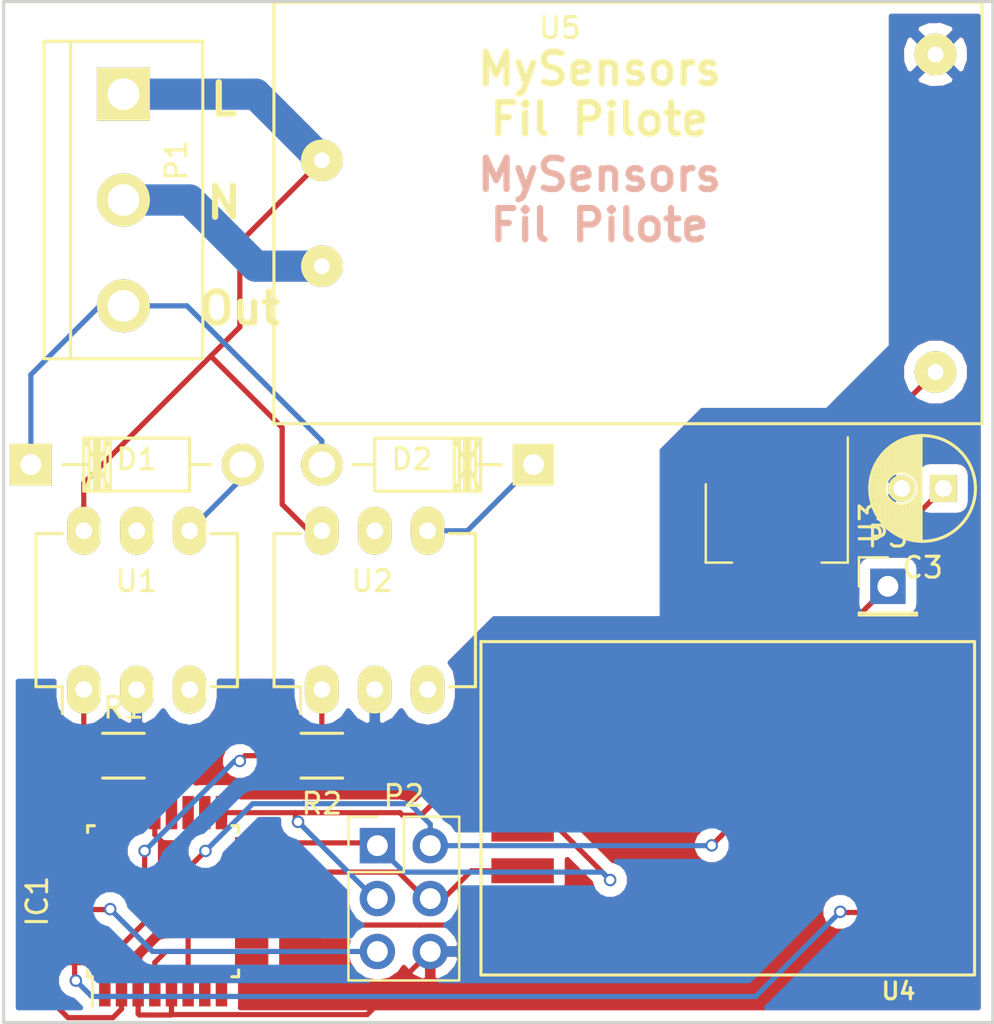
<source format=kicad_pcb>
(kicad_pcb (version 4) (host pcbnew 4.0.5-e0-6337~49~ubuntu16.04.1)

  (general
    (links 38)
    (no_connects 0)
    (area 135.55 79.159999 183.425001 128.468002)
    (thickness 1.6)
    (drawings 9)
    (tracks 146)
    (zones 0)
    (modules 14)
    (nets 46)
  )

  (page A4)
  (layers
    (0 F.Cu signal)
    (31 B.Cu signal)
    (32 B.Adhes user)
    (33 F.Adhes user)
    (34 B.Paste user)
    (35 F.Paste user)
    (36 B.SilkS user)
    (37 F.SilkS user)
    (38 B.Mask user)
    (39 F.Mask user)
    (40 Dwgs.User user)
    (41 Cmts.User user)
    (42 Eco1.User user)
    (43 Eco2.User user)
    (44 Edge.Cuts user)
    (45 Margin user)
    (46 B.CrtYd user)
    (47 F.CrtYd user)
    (48 B.Fab user)
    (49 F.Fab user)
  )

  (setup
    (last_trace_width 0.25)
    (user_trace_width 0.5)
    (user_trace_width 1)
    (user_trace_width 1.5)
    (user_trace_width 2)
    (user_trace_width 3)
    (trace_clearance 0.2)
    (zone_clearance 0.508)
    (zone_45_only no)
    (trace_min 0.2)
    (segment_width 0.2)
    (edge_width 0.15)
    (via_size 0.6)
    (via_drill 0.4)
    (via_min_size 0.4)
    (via_min_drill 0.3)
    (uvia_size 0.3)
    (uvia_drill 0.1)
    (uvias_allowed no)
    (uvia_min_size 0.2)
    (uvia_min_drill 0.1)
    (pcb_text_width 0.3)
    (pcb_text_size 1.5 1.5)
    (mod_edge_width 0.15)
    (mod_text_size 1 1)
    (mod_text_width 0.15)
    (pad_size 1.524 1.524)
    (pad_drill 0.762)
    (pad_to_mask_clearance 0.2)
    (aux_axis_origin 0 0)
    (grid_origin 133.35 79.375)
    (visible_elements FFFFFF7F)
    (pcbplotparams
      (layerselection 0x010f0_80000001)
      (usegerberextensions true)
      (excludeedgelayer true)
      (linewidth 0.100000)
      (plotframeref false)
      (viasonmask false)
      (mode 1)
      (useauxorigin false)
      (hpglpennumber 1)
      (hpglpenspeed 20)
      (hpglpendiameter 15)
      (hpglpenoverlay 2)
      (psnegative false)
      (psa4output false)
      (plotreference true)
      (plotvalue true)
      (plotinvisibletext false)
      (padsonsilk false)
      (subtractmaskfromsilk false)
      (outputformat 1)
      (mirror false)
      (drillshape 0)
      (scaleselection 1)
      (outputdirectory OUTPUT_GERBER/))
  )

  (net 0 "")
  (net 1 /GND)
  (net 2 /3V3)
  (net 3 "Net-(D1-Pad2)")
  (net 4 /FP_OUT)
  (net 5 "Net-(D2-Pad1)")
  (net 6 /OPT1)
  (net 7 /OPT2)
  (net 8 /PH_IN)
  (net 9 /NEUTRE)
  (net 10 "Net-(R1-Pad1)")
  (net 11 "Net-(R2-Pad1)")
  (net 12 /VCC)
  (net 13 "Net-(IC1-Pad7)")
  (net 14 "Net-(IC1-Pad8)")
  (net 15 "Net-(IC1-Pad9)")
  (net 16 "Net-(IC1-Pad10)")
  (net 17 "Net-(IC1-Pad11)")
  (net 18 "Net-(IC1-Pad12)")
  (net 19 "Net-(IC1-Pad13)")
  (net 20 /CS)
  (net 21 /MOSI)
  (net 22 /MISO)
  (net 23 /SCK)
  (net 24 "Net-(IC1-Pad18)")
  (net 25 "Net-(IC1-Pad19)")
  (net 26 "Net-(IC1-Pad20)")
  (net 27 "Net-(IC1-Pad22)")
  (net 28 "Net-(IC1-Pad23)")
  (net 29 "Net-(IC1-Pad24)")
  (net 30 "Net-(IC1-Pad25)")
  (net 31 "Net-(IC1-Pad26)")
  (net 32 "Net-(IC1-Pad27)")
  (net 33 "Net-(IC1-Pad28)")
  (net 34 /RESET)
  (net 35 "Net-(IC1-Pad30)")
  (net 36 "Net-(IC1-Pad31)")
  (net 37 /IRQ)
  (net 38 "Net-(U4-Pad1)")
  (net 39 "Net-(U4-Pad3)")
  (net 40 "Net-(U4-Pad4)")
  (net 41 "Net-(U4-Pad5)")
  (net 42 "Net-(U4-Pad6)")
  (net 43 "Net-(U4-Pad7)")
  (net 44 "Net-(U4-Pad16)")
  (net 45 "Net-(P3-Pad1)")

  (net_class Default "Ceci est la Netclass par défaut"
    (clearance 0.2)
    (trace_width 0.25)
    (via_dia 0.6)
    (via_drill 0.4)
    (uvia_dia 0.3)
    (uvia_drill 0.1)
    (add_net /3V3)
    (add_net /CS)
    (add_net /FP_OUT)
    (add_net /GND)
    (add_net /IRQ)
    (add_net /MISO)
    (add_net /MOSI)
    (add_net /NEUTRE)
    (add_net /OPT1)
    (add_net /OPT2)
    (add_net /PH_IN)
    (add_net /RESET)
    (add_net /SCK)
    (add_net /VCC)
    (add_net "Net-(D1-Pad2)")
    (add_net "Net-(D2-Pad1)")
    (add_net "Net-(IC1-Pad10)")
    (add_net "Net-(IC1-Pad11)")
    (add_net "Net-(IC1-Pad12)")
    (add_net "Net-(IC1-Pad13)")
    (add_net "Net-(IC1-Pad18)")
    (add_net "Net-(IC1-Pad19)")
    (add_net "Net-(IC1-Pad20)")
    (add_net "Net-(IC1-Pad22)")
    (add_net "Net-(IC1-Pad23)")
    (add_net "Net-(IC1-Pad24)")
    (add_net "Net-(IC1-Pad25)")
    (add_net "Net-(IC1-Pad26)")
    (add_net "Net-(IC1-Pad27)")
    (add_net "Net-(IC1-Pad28)")
    (add_net "Net-(IC1-Pad30)")
    (add_net "Net-(IC1-Pad31)")
    (add_net "Net-(IC1-Pad7)")
    (add_net "Net-(IC1-Pad8)")
    (add_net "Net-(IC1-Pad9)")
    (add_net "Net-(P3-Pad1)")
    (add_net "Net-(R1-Pad1)")
    (add_net "Net-(R2-Pad1)")
    (add_net "Net-(U4-Pad1)")
    (add_net "Net-(U4-Pad16)")
    (add_net "Net-(U4-Pad3)")
    (add_net "Net-(U4-Pad4)")
    (add_net "Net-(U4-Pad5)")
    (add_net "Net-(U4-Pad6)")
    (add_net "Net-(U4-Pad7)")
  )

  (module Mysensors_Radio:RFM69HW_SMD_Handsoldering (layer F.Cu) (tedit 558806AF) (tstamp 5875E3AB)
    (at 179.07 125.095 180)
    (descr RFM69HW)
    (tags "RFM69HW, RF69")
    (path /5875DDB7)
    (fp_text reference U4 (at 0.254 -1.778 180) (layer F.SilkS)
      (effects (font (size 0.8 0.8) (thickness 0.16)))
    )
    (fp_text value RFM69HW (at 8.382 7.112 180) (layer F.Fab) hide
      (effects (font (size 0.8 0.8) (thickness 0.16)))
    )
    (fp_line (start -3.4 15) (end -3.4 -1) (layer F.SilkS) (width 0.15))
    (fp_line (start 20.3 15) (end -3.4 15) (layer F.SilkS) (width 0.15))
    (fp_line (start 20.3 -1) (end 20.3 15) (layer F.SilkS) (width 0.15))
    (fp_line (start -3.4 -1) (end 20.3 -1) (layer F.SilkS) (width 0.15))
    (fp_line (start -3.4 15) (end 20.3 15) (layer F.CrtYd) (width 0.15))
    (fp_line (start 20.3 -1) (end 20.3 15) (layer F.CrtYd) (width 0.15))
    (fp_line (start -3.4 -1) (end -3.4 15) (layer F.CrtYd) (width 0.15))
    (fp_line (start -3.4 -1) (end 20.3 -1) (layer F.CrtYd) (width 0.15))
    (fp_line (start 20.3 -1) (end 20.3 15) (layer B.CrtYd) (width 0.15))
    (fp_line (start -3.4 -1) (end -3.4 15) (layer B.CrtYd) (width 0.15))
    (fp_line (start -3.4 15) (end 20.3 15) (layer B.CrtYd) (width 0.15))
    (fp_line (start -3.4 -1) (end 20.3 -1) (layer B.CrtYd) (width 0.15))
    (pad 1 smd rect (at -1.4 0 180) (size 3 1.2) (layers F.Cu F.Paste F.Mask)
      (net 38 "Net-(U4-Pad1)"))
    (pad 2 smd rect (at -1.4 2 180) (size 3 1.2) (layers F.Cu F.Paste F.Mask)
      (net 37 /IRQ))
    (pad 3 smd rect (at -1.4 4 180) (size 3 1.2) (layers F.Cu F.Paste F.Mask)
      (net 39 "Net-(U4-Pad3)"))
    (pad 4 smd rect (at -1.4 6 180) (size 3 1.2) (layers F.Cu F.Paste F.Mask)
      (net 40 "Net-(U4-Pad4)"))
    (pad 5 smd rect (at -1.4 8 180) (size 3 1.2) (layers F.Cu F.Paste F.Mask)
      (net 41 "Net-(U4-Pad5)"))
    (pad 6 smd rect (at -1.4 10 180) (size 3 1.2) (layers F.Cu F.Paste F.Mask)
      (net 42 "Net-(U4-Pad6)"))
    (pad 7 smd rect (at -1.4 12 180) (size 3 1.2) (layers F.Cu F.Paste F.Mask)
      (net 43 "Net-(U4-Pad7)"))
    (pad 8 smd rect (at -1.4 14 180) (size 3 1.2) (layers F.Cu F.Paste F.Mask)
      (net 2 /3V3))
    (pad 9 smd rect (at 18.3 14 180) (size 3 1.2) (layers F.Cu F.Paste F.Mask)
      (net 1 /GND))
    (pad 10 smd rect (at 18.3 12 180) (size 3 1.2) (layers F.Cu F.Paste F.Mask)
      (net 45 "Net-(P3-Pad1)"))
    (pad 11 smd rect (at 18.3 10 180) (size 3 1.2) (layers F.Cu F.Paste F.Mask)
      (net 1 /GND))
    (pad 12 smd rect (at 18.3 8 180) (size 3 1.2) (layers F.Cu F.Paste F.Mask)
      (net 23 /SCK))
    (pad 13 smd rect (at 18.3 6 180) (size 3 1.2) (layers F.Cu F.Paste F.Mask)
      (net 22 /MISO))
    (pad 14 smd rect (at 18.3 4 180) (size 3 1.2) (layers F.Cu F.Paste F.Mask)
      (net 21 /MOSI))
    (pad 15 smd rect (at 18.3 2 180) (size 3 1.2) (layers F.Cu F.Paste F.Mask)
      (net 20 /CS))
    (pad 16 smd rect (at 18.3 0 180) (size 3 1.2) (layers F.Cu F.Paste F.Mask)
      (net 44 "Net-(U4-Pad16)"))
    (model ${MYSLOCAL}/mysensors.3dshapes/mysensors_radios.3dshapes/rfm69hw.wrl
      (at (xyz 0.332 -0.275 0.03))
      (scale (xyz 0.395 0.395 0.395))
      (rotate (xyz 0 0 180))
    )
    (model Crystals.3dshapes/crystal_FA238-TSX3225.wrl
      (at (xyz 0.332 -0.08 0.06))
      (scale (xyz 0.24 0.24 0.24))
      (rotate (xyz 0 0 90))
    )
    (model Housings_DFN_QFN.3dshapes/QFN-28-1EP_5x5mm_Pitch0.5mm.wrl
      (at (xyz 0.204 -0.445 0.06))
      (scale (xyz 1 1 1))
      (rotate (xyz 0 0 0))
    )
  )

  (module Capacitors_ThroughHole:C_Radial_D5_L11_P2 (layer F.Cu) (tedit 57E8E8DA) (tstamp 57E8DDAE)
    (at 180.975 102.743 180)
    (descr "Radial Electrolytic Capacitor 5mm x Length 11mm, Pitch 2mm")
    (tags "Electrolytic Capacitor")
    (path /57E3DA4C)
    (fp_text reference C3 (at 1 -3.8 180) (layer F.SilkS)
      (effects (font (size 1 1) (thickness 0.15)))
    )
    (fp_text value 10u (at 0.635 -5.08 180) (layer F.Fab)
      (effects (font (size 1 1) (thickness 0.15)))
    )
    (fp_line (start 1.075 -2.499) (end 1.075 2.499) (layer F.SilkS) (width 0.15))
    (fp_line (start 1.215 -2.491) (end 1.215 -0.154) (layer F.SilkS) (width 0.15))
    (fp_line (start 1.215 0.154) (end 1.215 2.491) (layer F.SilkS) (width 0.15))
    (fp_line (start 1.355 -2.475) (end 1.355 -0.473) (layer F.SilkS) (width 0.15))
    (fp_line (start 1.355 0.473) (end 1.355 2.475) (layer F.SilkS) (width 0.15))
    (fp_line (start 1.495 -2.451) (end 1.495 -0.62) (layer F.SilkS) (width 0.15))
    (fp_line (start 1.495 0.62) (end 1.495 2.451) (layer F.SilkS) (width 0.15))
    (fp_line (start 1.635 -2.418) (end 1.635 -0.712) (layer F.SilkS) (width 0.15))
    (fp_line (start 1.635 0.712) (end 1.635 2.418) (layer F.SilkS) (width 0.15))
    (fp_line (start 1.775 -2.377) (end 1.775 -0.768) (layer F.SilkS) (width 0.15))
    (fp_line (start 1.775 0.768) (end 1.775 2.377) (layer F.SilkS) (width 0.15))
    (fp_line (start 1.915 -2.327) (end 1.915 -0.795) (layer F.SilkS) (width 0.15))
    (fp_line (start 1.915 0.795) (end 1.915 2.327) (layer F.SilkS) (width 0.15))
    (fp_line (start 2.055 -2.266) (end 2.055 -0.798) (layer F.SilkS) (width 0.15))
    (fp_line (start 2.055 0.798) (end 2.055 2.266) (layer F.SilkS) (width 0.15))
    (fp_line (start 2.195 -2.196) (end 2.195 -0.776) (layer F.SilkS) (width 0.15))
    (fp_line (start 2.195 0.776) (end 2.195 2.196) (layer F.SilkS) (width 0.15))
    (fp_line (start 2.335 -2.114) (end 2.335 -0.726) (layer F.SilkS) (width 0.15))
    (fp_line (start 2.335 0.726) (end 2.335 2.114) (layer F.SilkS) (width 0.15))
    (fp_line (start 2.475 -2.019) (end 2.475 -0.644) (layer F.SilkS) (width 0.15))
    (fp_line (start 2.475 0.644) (end 2.475 2.019) (layer F.SilkS) (width 0.15))
    (fp_line (start 2.615 -1.908) (end 2.615 -0.512) (layer F.SilkS) (width 0.15))
    (fp_line (start 2.615 0.512) (end 2.615 1.908) (layer F.SilkS) (width 0.15))
    (fp_line (start 2.755 -1.78) (end 2.755 -0.265) (layer F.SilkS) (width 0.15))
    (fp_line (start 2.755 0.265) (end 2.755 1.78) (layer F.SilkS) (width 0.15))
    (fp_line (start 2.895 -1.631) (end 2.895 1.631) (layer F.SilkS) (width 0.15))
    (fp_line (start 3.035 -1.452) (end 3.035 1.452) (layer F.SilkS) (width 0.15))
    (fp_line (start 3.175 -1.233) (end 3.175 1.233) (layer F.SilkS) (width 0.15))
    (fp_line (start 3.315 -0.944) (end 3.315 0.944) (layer F.SilkS) (width 0.15))
    (fp_line (start 3.455 -0.472) (end 3.455 0.472) (layer F.SilkS) (width 0.15))
    (fp_circle (center 2 0) (end 2 -0.8) (layer F.SilkS) (width 0.15))
    (fp_circle (center 1 0) (end 1 -2.5375) (layer F.SilkS) (width 0.15))
    (fp_circle (center 1 0) (end 1 -2.8) (layer F.CrtYd) (width 0.05))
    (pad 1 thru_hole rect (at 0 0 180) (size 1.3 1.3) (drill 0.8) (layers *.Cu *.Mask F.SilkS)
      (net 2 /3V3))
    (pad 2 thru_hole circle (at 2 0 180) (size 1.3 1.3) (drill 0.8) (layers *.Cu *.Mask F.SilkS)
      (net 1 /GND))
    (model Capacitors_ThroughHole.3dshapes/C_Radial_D5_L11_P2.wrl
      (at (xyz 0 0 0))
      (scale (xyz 1 1 1))
      (rotate (xyz 0 0 0))
    )
  )

  (module Diodes_ThroughHole:Diode_DO-41_SOD81_Horizontal_RM10 (layer F.Cu) (tedit 57E8E943) (tstamp 57E8DDB4)
    (at 137.16 101.6)
    (descr "Diode, DO-41, SOD81, Horizontal, RM 10mm,")
    (tags "Diode, DO-41, SOD81, Horizontal, RM 10mm, 1N4007, SB140,")
    (path /57E3CA83)
    (fp_text reference D1 (at 5.08 -0.254) (layer F.SilkS)
      (effects (font (size 1 1) (thickness 0.15)))
    )
    (fp_text value D (at 6.985 -0.254) (layer F.Fab)
      (effects (font (size 1 1) (thickness 0.15)))
    )
    (fp_line (start 7.62 -0.00254) (end 8.636 -0.00254) (layer F.SilkS) (width 0.15))
    (fp_line (start 2.794 -0.00254) (end 1.524 -0.00254) (layer F.SilkS) (width 0.15))
    (fp_line (start 3.048 -1.27254) (end 3.048 1.26746) (layer F.SilkS) (width 0.15))
    (fp_line (start 3.302 -1.27254) (end 3.302 1.26746) (layer F.SilkS) (width 0.15))
    (fp_line (start 3.556 -1.27254) (end 3.556 1.26746) (layer F.SilkS) (width 0.15))
    (fp_line (start 2.794 -1.27254) (end 2.794 1.26746) (layer F.SilkS) (width 0.15))
    (fp_line (start 3.81 -1.27254) (end 2.54 1.26746) (layer F.SilkS) (width 0.15))
    (fp_line (start 2.54 -1.27254) (end 3.81 1.26746) (layer F.SilkS) (width 0.15))
    (fp_line (start 3.81 -1.27254) (end 3.81 1.26746) (layer F.SilkS) (width 0.15))
    (fp_line (start 3.175 -1.27254) (end 3.175 1.26746) (layer F.SilkS) (width 0.15))
    (fp_line (start 2.54 1.26746) (end 2.54 -1.27254) (layer F.SilkS) (width 0.15))
    (fp_line (start 2.54 -1.27254) (end 7.62 -1.27254) (layer F.SilkS) (width 0.15))
    (fp_line (start 7.62 -1.27254) (end 7.62 1.26746) (layer F.SilkS) (width 0.15))
    (fp_line (start 7.62 1.26746) (end 2.54 1.26746) (layer F.SilkS) (width 0.15))
    (pad 2 thru_hole circle (at 10.16 -0.00254 180) (size 1.99898 1.99898) (drill 1.27) (layers *.Cu *.Mask F.SilkS)
      (net 3 "Net-(D1-Pad2)"))
    (pad 1 thru_hole rect (at 0 -0.00254 180) (size 1.99898 1.99898) (drill 1.00076) (layers *.Cu *.Mask F.SilkS)
      (net 4 /FP_OUT))
  )

  (module Connect:bornier3 (layer F.Cu) (tedit 57E8E961) (tstamp 57E8DDE1)
    (at 141.605 88.9 270)
    (descr "Bornier d'alimentation 3 pins")
    (tags DEV)
    (path /57E3CBBF)
    (fp_text reference P1 (at -1.905 -2.54 270) (layer F.SilkS)
      (effects (font (size 1 1) (thickness 0.15)))
    )
    (fp_text value CONN_01X03 (at 0 5.08 270) (layer F.Fab)
      (effects (font (size 1 1) (thickness 0.15)))
    )
    (fp_line (start -7.62 3.81) (end -7.62 -3.81) (layer F.SilkS) (width 0.15))
    (fp_line (start 7.62 3.81) (end 7.62 -3.81) (layer F.SilkS) (width 0.15))
    (fp_line (start -7.62 2.54) (end 7.62 2.54) (layer F.SilkS) (width 0.15))
    (fp_line (start -7.62 -3.81) (end 7.62 -3.81) (layer F.SilkS) (width 0.15))
    (fp_line (start -7.62 3.81) (end 7.62 3.81) (layer F.SilkS) (width 0.15))
    (pad 1 thru_hole rect (at -5.08 0 270) (size 2.54 2.54) (drill 1.524) (layers *.Cu *.Mask F.SilkS)
      (net 8 /PH_IN))
    (pad 2 thru_hole circle (at 0 0 270) (size 2.54 2.54) (drill 1.524) (layers *.Cu *.Mask F.SilkS)
      (net 9 /NEUTRE))
    (pad 3 thru_hole circle (at 5.08 0 270) (size 2.54 2.54) (drill 1.524) (layers *.Cu *.Mask F.SilkS)
      (net 4 /FP_OUT))
    (model Connect.3dshapes/bornier3.wrl
      (at (xyz 0 0 0))
      (scale (xyz 1 1 1))
      (rotate (xyz 0 0 0))
    )
  )

  (module Diodes_ThroughHole:Diode_DO-41_SOD81_Horizontal_RM10 (layer F.Cu) (tedit 57E8E94E) (tstamp 57E8DDBA)
    (at 161.29 101.6 180)
    (descr "Diode, DO-41, SOD81, Horizontal, RM 10mm,")
    (tags "Diode, DO-41, SOD81, Horizontal, RM 10mm, 1N4007, SB140,")
    (path /57E3CAE4)
    (fp_text reference D2 (at 5.842 0.254 180) (layer F.SilkS)
      (effects (font (size 1 1) (thickness 0.15)))
    )
    (fp_text value D (at 7.112 -0.381 180) (layer F.Fab)
      (effects (font (size 1 1) (thickness 0.15)))
    )
    (fp_line (start 7.62 -0.00254) (end 8.636 -0.00254) (layer F.SilkS) (width 0.15))
    (fp_line (start 2.794 -0.00254) (end 1.524 -0.00254) (layer F.SilkS) (width 0.15))
    (fp_line (start 3.048 -1.27254) (end 3.048 1.26746) (layer F.SilkS) (width 0.15))
    (fp_line (start 3.302 -1.27254) (end 3.302 1.26746) (layer F.SilkS) (width 0.15))
    (fp_line (start 3.556 -1.27254) (end 3.556 1.26746) (layer F.SilkS) (width 0.15))
    (fp_line (start 2.794 -1.27254) (end 2.794 1.26746) (layer F.SilkS) (width 0.15))
    (fp_line (start 3.81 -1.27254) (end 2.54 1.26746) (layer F.SilkS) (width 0.15))
    (fp_line (start 2.54 -1.27254) (end 3.81 1.26746) (layer F.SilkS) (width 0.15))
    (fp_line (start 3.81 -1.27254) (end 3.81 1.26746) (layer F.SilkS) (width 0.15))
    (fp_line (start 3.175 -1.27254) (end 3.175 1.26746) (layer F.SilkS) (width 0.15))
    (fp_line (start 2.54 1.26746) (end 2.54 -1.27254) (layer F.SilkS) (width 0.15))
    (fp_line (start 2.54 -1.27254) (end 7.62 -1.27254) (layer F.SilkS) (width 0.15))
    (fp_line (start 7.62 -1.27254) (end 7.62 1.26746) (layer F.SilkS) (width 0.15))
    (fp_line (start 7.62 1.26746) (end 2.54 1.26746) (layer F.SilkS) (width 0.15))
    (pad 2 thru_hole circle (at 10.16 -0.00254) (size 1.99898 1.99898) (drill 1.27) (layers *.Cu *.Mask F.SilkS)
      (net 4 /FP_OUT))
    (pad 1 thru_hole rect (at 0 -0.00254) (size 1.99898 1.99898) (drill 1.00076) (layers *.Cu *.Mask F.SilkS)
      (net 5 "Net-(D2-Pad1)"))
  )

  (module MyLibrary:HLK-PM01 (layer F.Cu) (tedit 57E8E957) (tstamp 57E8DE18)
    (at 151.13 89.535)
    (path /57E3D6E0)
    (fp_text reference U5 (at 11.43 -8.89) (layer F.SilkS)
      (effects (font (size 1 1) (thickness 0.15)))
    )
    (fp_text value HLK-PM01 (at 16.9 -9) (layer F.Fab)
      (effects (font (size 1 1) (thickness 0.15)))
    )
    (fp_line (start -2.3 10.1) (end 31.7 10.1) (layer F.SilkS) (width 0.15))
    (fp_line (start 31.7 -10.1) (end -2.3 -10.1) (layer F.SilkS) (width 0.15))
    (fp_line (start 31.7 -10.1) (end 31.7 10.1) (layer F.SilkS) (width 0.15))
    (fp_line (start -2.3 10.1) (end -2.3 -10.1) (layer F.SilkS) (width 0.15))
    (pad 1 thru_hole circle (at 0 -2.54) (size 2 2) (drill 0.762) (layers *.Cu *.Mask F.SilkS)
      (net 8 /PH_IN))
    (pad 2 thru_hole circle (at 0 2.54) (size 2 2) (drill 0.762) (layers *.Cu *.Mask F.SilkS)
      (net 9 /NEUTRE))
    (pad 3 thru_hole circle (at 29.464 -7.62) (size 2 2) (drill 0.762) (layers *.Cu *.Mask F.SilkS)
      (net 1 /GND))
    (pad 4 thru_hole circle (at 29.464 7.62) (size 2 2) (drill 0.762) (layers *.Cu *.Mask F.SilkS)
      (net 12 /VCC))
  )

  (module Housings_DIP:DIP-6_W7.62mm_LongPads (layer F.Cu) (tedit 57E8E903) (tstamp 57E8DE79)
    (at 139.7 112.395 90)
    (descr "6-lead dip package, row spacing 7.62 mm (300 mils), longer pads")
    (tags "dil dip 2.54 300")
    (path /57E3C933)
    (fp_text reference U1 (at 5.207 2.54 360) (layer F.SilkS)
      (effects (font (size 1 1) (thickness 0.15)))
    )
    (fp_text value MOC3041M (at 3.175 2.54 180) (layer F.Fab)
      (effects (font (size 1 1) (thickness 0.15)))
    )
    (fp_line (start -1.4 -2.45) (end -1.4 7.55) (layer F.CrtYd) (width 0.05))
    (fp_line (start 9 -2.45) (end 9 7.55) (layer F.CrtYd) (width 0.05))
    (fp_line (start -1.4 -2.45) (end 9 -2.45) (layer F.CrtYd) (width 0.05))
    (fp_line (start -1.4 7.55) (end 9 7.55) (layer F.CrtYd) (width 0.05))
    (fp_line (start 0.135 -2.295) (end 0.135 -1.025) (layer F.SilkS) (width 0.15))
    (fp_line (start 7.485 -2.295) (end 7.485 -1.025) (layer F.SilkS) (width 0.15))
    (fp_line (start 7.485 7.375) (end 7.485 6.105) (layer F.SilkS) (width 0.15))
    (fp_line (start 0.135 7.375) (end 0.135 6.105) (layer F.SilkS) (width 0.15))
    (fp_line (start 0.135 -2.295) (end 7.485 -2.295) (layer F.SilkS) (width 0.15))
    (fp_line (start 0.135 7.375) (end 7.485 7.375) (layer F.SilkS) (width 0.15))
    (fp_line (start 0.135 -1.025) (end -1.15 -1.025) (layer F.SilkS) (width 0.15))
    (pad 1 thru_hole oval (at 0 0 90) (size 2.3 1.6) (drill 0.8) (layers *.Cu *.Mask F.SilkS)
      (net 10 "Net-(R1-Pad1)"))
    (pad 2 thru_hole oval (at 0 2.54 90) (size 2.3 1.6) (drill 0.8) (layers *.Cu *.Mask F.SilkS)
      (net 1 /GND))
    (pad 3 thru_hole oval (at 0 5.08 90) (size 2.3 1.6) (drill 0.8) (layers *.Cu *.Mask F.SilkS))
    (pad 4 thru_hole oval (at 7.62 5.08 90) (size 2.3 1.6) (drill 0.8) (layers *.Cu *.Mask F.SilkS)
      (net 3 "Net-(D1-Pad2)"))
    (pad 5 thru_hole oval (at 7.62 2.54 90) (size 2.3 1.6) (drill 0.8) (layers *.Cu *.Mask F.SilkS))
    (pad 6 thru_hole oval (at 7.62 0 90) (size 2.3 1.6) (drill 0.8) (layers *.Cu *.Mask F.SilkS)
      (net 8 /PH_IN))
    (model Housings_DIP.3dshapes/DIP-6_W7.62mm_LongPads.wrl
      (at (xyz 0 0 0))
      (scale (xyz 1 1 1))
      (rotate (xyz 0 0 0))
    )
  )

  (module Housings_DIP:DIP-6_W7.62mm_LongPads (layer F.Cu) (tedit 57E8E8FF) (tstamp 57E8DE82)
    (at 151.13 112.395 90)
    (descr "6-lead dip package, row spacing 7.62 mm (300 mils), longer pads")
    (tags "dil dip 2.54 300")
    (path /57E3C97C)
    (fp_text reference U2 (at 5.207 2.413 180) (layer F.SilkS)
      (effects (font (size 1 1) (thickness 0.15)))
    )
    (fp_text value MOC3041M (at 3.175 2.54 180) (layer F.Fab)
      (effects (font (size 1 1) (thickness 0.15)))
    )
    (fp_line (start -1.4 -2.45) (end -1.4 7.55) (layer F.CrtYd) (width 0.05))
    (fp_line (start 9 -2.45) (end 9 7.55) (layer F.CrtYd) (width 0.05))
    (fp_line (start -1.4 -2.45) (end 9 -2.45) (layer F.CrtYd) (width 0.05))
    (fp_line (start -1.4 7.55) (end 9 7.55) (layer F.CrtYd) (width 0.05))
    (fp_line (start 0.135 -2.295) (end 0.135 -1.025) (layer F.SilkS) (width 0.15))
    (fp_line (start 7.485 -2.295) (end 7.485 -1.025) (layer F.SilkS) (width 0.15))
    (fp_line (start 7.485 7.375) (end 7.485 6.105) (layer F.SilkS) (width 0.15))
    (fp_line (start 0.135 7.375) (end 0.135 6.105) (layer F.SilkS) (width 0.15))
    (fp_line (start 0.135 -2.295) (end 7.485 -2.295) (layer F.SilkS) (width 0.15))
    (fp_line (start 0.135 7.375) (end 7.485 7.375) (layer F.SilkS) (width 0.15))
    (fp_line (start 0.135 -1.025) (end -1.15 -1.025) (layer F.SilkS) (width 0.15))
    (pad 1 thru_hole oval (at 0 0 90) (size 2.3 1.6) (drill 0.8) (layers *.Cu *.Mask F.SilkS)
      (net 11 "Net-(R2-Pad1)"))
    (pad 2 thru_hole oval (at 0 2.54 90) (size 2.3 1.6) (drill 0.8) (layers *.Cu *.Mask F.SilkS)
      (net 1 /GND))
    (pad 3 thru_hole oval (at 0 5.08 90) (size 2.3 1.6) (drill 0.8) (layers *.Cu *.Mask F.SilkS))
    (pad 4 thru_hole oval (at 7.62 5.08 90) (size 2.3 1.6) (drill 0.8) (layers *.Cu *.Mask F.SilkS)
      (net 5 "Net-(D2-Pad1)"))
    (pad 5 thru_hole oval (at 7.62 2.54 90) (size 2.3 1.6) (drill 0.8) (layers *.Cu *.Mask F.SilkS))
    (pad 6 thru_hole oval (at 7.62 0 90) (size 2.3 1.6) (drill 0.8) (layers *.Cu *.Mask F.SilkS)
      (net 8 /PH_IN))
    (model Housings_DIP.3dshapes/DIP-6_W7.62mm_LongPads.wrl
      (at (xyz 0 0 0))
      (scale (xyz 1 1 1))
      (rotate (xyz 0 0 0))
    )
  )

  (module Housings_QFP:TQFP-32_7x7mm_Pitch0.8mm (layer F.Cu) (tedit 54130A77) (tstamp 5875E385)
    (at 143.51 122.555 90)
    (descr "32-Lead Plastic Thin Quad Flatpack (PT) - 7x7x1.0 mm Body, 2.00 mm [TQFP] (see Microchip Packaging Specification 00000049BS.pdf)")
    (tags "QFP 0.8")
    (path /5875E19C)
    (attr smd)
    (fp_text reference IC1 (at 0 -6.05 90) (layer F.SilkS)
      (effects (font (size 1 1) (thickness 0.15)))
    )
    (fp_text value ATMEGA328-A (at 0 6.05 90) (layer F.Fab)
      (effects (font (size 1 1) (thickness 0.15)))
    )
    (fp_text user %R (at 0 0 90) (layer F.Fab)
      (effects (font (size 1 1) (thickness 0.15)))
    )
    (fp_line (start -2.5 -3.5) (end 3.5 -3.5) (layer F.Fab) (width 0.15))
    (fp_line (start 3.5 -3.5) (end 3.5 3.5) (layer F.Fab) (width 0.15))
    (fp_line (start 3.5 3.5) (end -3.5 3.5) (layer F.Fab) (width 0.15))
    (fp_line (start -3.5 3.5) (end -3.5 -2.5) (layer F.Fab) (width 0.15))
    (fp_line (start -3.5 -2.5) (end -2.5 -3.5) (layer F.Fab) (width 0.15))
    (fp_line (start -5.3 -5.3) (end -5.3 5.3) (layer F.CrtYd) (width 0.05))
    (fp_line (start 5.3 -5.3) (end 5.3 5.3) (layer F.CrtYd) (width 0.05))
    (fp_line (start -5.3 -5.3) (end 5.3 -5.3) (layer F.CrtYd) (width 0.05))
    (fp_line (start -5.3 5.3) (end 5.3 5.3) (layer F.CrtYd) (width 0.05))
    (fp_line (start -3.625 -3.625) (end -3.625 -3.4) (layer F.SilkS) (width 0.15))
    (fp_line (start 3.625 -3.625) (end 3.625 -3.3) (layer F.SilkS) (width 0.15))
    (fp_line (start 3.625 3.625) (end 3.625 3.3) (layer F.SilkS) (width 0.15))
    (fp_line (start -3.625 3.625) (end -3.625 3.3) (layer F.SilkS) (width 0.15))
    (fp_line (start -3.625 -3.625) (end -3.3 -3.625) (layer F.SilkS) (width 0.15))
    (fp_line (start -3.625 3.625) (end -3.3 3.625) (layer F.SilkS) (width 0.15))
    (fp_line (start 3.625 3.625) (end 3.3 3.625) (layer F.SilkS) (width 0.15))
    (fp_line (start 3.625 -3.625) (end 3.3 -3.625) (layer F.SilkS) (width 0.15))
    (fp_line (start -3.625 -3.4) (end -5.05 -3.4) (layer F.SilkS) (width 0.15))
    (pad 1 smd rect (at -4.25 -2.8 90) (size 1.6 0.55) (layers F.Cu F.Paste F.Mask)
      (net 7 /OPT2))
    (pad 2 smd rect (at -4.25 -2 90) (size 1.6 0.55) (layers F.Cu F.Paste F.Mask)
      (net 6 /OPT1))
    (pad 3 smd rect (at -4.25 -1.2 90) (size 1.6 0.55) (layers F.Cu F.Paste F.Mask)
      (net 1 /GND))
    (pad 4 smd rect (at -4.25 -0.4 90) (size 1.6 0.55) (layers F.Cu F.Paste F.Mask)
      (net 2 /3V3))
    (pad 5 smd rect (at -4.25 0.4 90) (size 1.6 0.55) (layers F.Cu F.Paste F.Mask)
      (net 1 /GND))
    (pad 6 smd rect (at -4.25 1.2 90) (size 1.6 0.55) (layers F.Cu F.Paste F.Mask)
      (net 2 /3V3))
    (pad 7 smd rect (at -4.25 2 90) (size 1.6 0.55) (layers F.Cu F.Paste F.Mask)
      (net 13 "Net-(IC1-Pad7)"))
    (pad 8 smd rect (at -4.25 2.8 90) (size 1.6 0.55) (layers F.Cu F.Paste F.Mask)
      (net 14 "Net-(IC1-Pad8)"))
    (pad 9 smd rect (at -2.8 4.25 180) (size 1.6 0.55) (layers F.Cu F.Paste F.Mask)
      (net 15 "Net-(IC1-Pad9)"))
    (pad 10 smd rect (at -2 4.25 180) (size 1.6 0.55) (layers F.Cu F.Paste F.Mask)
      (net 16 "Net-(IC1-Pad10)"))
    (pad 11 smd rect (at -1.2 4.25 180) (size 1.6 0.55) (layers F.Cu F.Paste F.Mask)
      (net 17 "Net-(IC1-Pad11)"))
    (pad 12 smd rect (at -0.4 4.25 180) (size 1.6 0.55) (layers F.Cu F.Paste F.Mask)
      (net 18 "Net-(IC1-Pad12)"))
    (pad 13 smd rect (at 0.4 4.25 180) (size 1.6 0.55) (layers F.Cu F.Paste F.Mask)
      (net 19 "Net-(IC1-Pad13)"))
    (pad 14 smd rect (at 1.2 4.25 180) (size 1.6 0.55) (layers F.Cu F.Paste F.Mask)
      (net 20 /CS))
    (pad 15 smd rect (at 2 4.25 180) (size 1.6 0.55) (layers F.Cu F.Paste F.Mask)
      (net 21 /MOSI))
    (pad 16 smd rect (at 2.8 4.25 180) (size 1.6 0.55) (layers F.Cu F.Paste F.Mask)
      (net 22 /MISO))
    (pad 17 smd rect (at 4.25 2.8 90) (size 1.6 0.55) (layers F.Cu F.Paste F.Mask)
      (net 23 /SCK))
    (pad 18 smd rect (at 4.25 2 90) (size 1.6 0.55) (layers F.Cu F.Paste F.Mask)
      (net 24 "Net-(IC1-Pad18)"))
    (pad 19 smd rect (at 4.25 1.2 90) (size 1.6 0.55) (layers F.Cu F.Paste F.Mask)
      (net 25 "Net-(IC1-Pad19)"))
    (pad 20 smd rect (at 4.25 0.4 90) (size 1.6 0.55) (layers F.Cu F.Paste F.Mask)
      (net 26 "Net-(IC1-Pad20)"))
    (pad 21 smd rect (at 4.25 -0.4 90) (size 1.6 0.55) (layers F.Cu F.Paste F.Mask)
      (net 1 /GND))
    (pad 22 smd rect (at 4.25 -1.2 90) (size 1.6 0.55) (layers F.Cu F.Paste F.Mask)
      (net 27 "Net-(IC1-Pad22)"))
    (pad 23 smd rect (at 4.25 -2 90) (size 1.6 0.55) (layers F.Cu F.Paste F.Mask)
      (net 28 "Net-(IC1-Pad23)"))
    (pad 24 smd rect (at 4.25 -2.8 90) (size 1.6 0.55) (layers F.Cu F.Paste F.Mask)
      (net 29 "Net-(IC1-Pad24)"))
    (pad 25 smd rect (at 2.8 -4.25 180) (size 1.6 0.55) (layers F.Cu F.Paste F.Mask)
      (net 30 "Net-(IC1-Pad25)"))
    (pad 26 smd rect (at 2 -4.25 180) (size 1.6 0.55) (layers F.Cu F.Paste F.Mask)
      (net 31 "Net-(IC1-Pad26)"))
    (pad 27 smd rect (at 1.2 -4.25 180) (size 1.6 0.55) (layers F.Cu F.Paste F.Mask)
      (net 32 "Net-(IC1-Pad27)"))
    (pad 28 smd rect (at 0.4 -4.25 180) (size 1.6 0.55) (layers F.Cu F.Paste F.Mask)
      (net 33 "Net-(IC1-Pad28)"))
    (pad 29 smd rect (at -0.4 -4.25 180) (size 1.6 0.55) (layers F.Cu F.Paste F.Mask)
      (net 34 /RESET))
    (pad 30 smd rect (at -1.2 -4.25 180) (size 1.6 0.55) (layers F.Cu F.Paste F.Mask)
      (net 35 "Net-(IC1-Pad30)"))
    (pad 31 smd rect (at -2 -4.25 180) (size 1.6 0.55) (layers F.Cu F.Paste F.Mask)
      (net 36 "Net-(IC1-Pad31)"))
    (pad 32 smd rect (at -2.8 -4.25 180) (size 1.6 0.55) (layers F.Cu F.Paste F.Mask)
      (net 37 /IRQ))
    (model Housings_QFP.3dshapes/TQFP-32_7x7mm_Pitch0.8mm.wrl
      (at (xyz 0 0 0))
      (scale (xyz 1 1 1))
      (rotate (xyz 0 0 0))
    )
  )

  (module Pin_Headers:Pin_Header_Straight_2x03_Pitch2.54mm (layer F.Cu) (tedit 5862ED53) (tstamp 5875E38F)
    (at 153.797 119.888)
    (descr "Through hole straight pin header, 2x03, 2.54mm pitch, double rows")
    (tags "Through hole pin header THT 2x03 2.54mm double row")
    (path /5875E472)
    (fp_text reference P2 (at 1.27 -2.39) (layer F.SilkS)
      (effects (font (size 1 1) (thickness 0.15)))
    )
    (fp_text value ICSP (at 1.27 7.47) (layer F.Fab)
      (effects (font (size 1 1) (thickness 0.15)))
    )
    (fp_line (start -1.27 -1.27) (end -1.27 6.35) (layer F.Fab) (width 0.1))
    (fp_line (start -1.27 6.35) (end 3.81 6.35) (layer F.Fab) (width 0.1))
    (fp_line (start 3.81 6.35) (end 3.81 -1.27) (layer F.Fab) (width 0.1))
    (fp_line (start 3.81 -1.27) (end -1.27 -1.27) (layer F.Fab) (width 0.1))
    (fp_line (start -1.39 1.27) (end -1.39 6.47) (layer F.SilkS) (width 0.12))
    (fp_line (start -1.39 6.47) (end 3.93 6.47) (layer F.SilkS) (width 0.12))
    (fp_line (start 3.93 6.47) (end 3.93 -1.39) (layer F.SilkS) (width 0.12))
    (fp_line (start 3.93 -1.39) (end 1.27 -1.39) (layer F.SilkS) (width 0.12))
    (fp_line (start 1.27 -1.39) (end 1.27 1.27) (layer F.SilkS) (width 0.12))
    (fp_line (start 1.27 1.27) (end -1.39 1.27) (layer F.SilkS) (width 0.12))
    (fp_line (start -1.39 0) (end -1.39 -1.39) (layer F.SilkS) (width 0.12))
    (fp_line (start -1.39 -1.39) (end 0 -1.39) (layer F.SilkS) (width 0.12))
    (fp_line (start -1.6 -1.6) (end -1.6 6.6) (layer F.CrtYd) (width 0.05))
    (fp_line (start -1.6 6.6) (end 4.1 6.6) (layer F.CrtYd) (width 0.05))
    (fp_line (start 4.1 6.6) (end 4.1 -1.6) (layer F.CrtYd) (width 0.05))
    (fp_line (start 4.1 -1.6) (end -1.6 -1.6) (layer F.CrtYd) (width 0.05))
    (pad 1 thru_hole rect (at 0 0) (size 1.7 1.7) (drill 1) (layers *.Cu *.Mask)
      (net 22 /MISO))
    (pad 2 thru_hole oval (at 2.54 0) (size 1.7 1.7) (drill 1) (layers *.Cu *.Mask)
      (net 2 /3V3))
    (pad 3 thru_hole oval (at 0 2.54) (size 1.7 1.7) (drill 1) (layers *.Cu *.Mask)
      (net 23 /SCK))
    (pad 4 thru_hole oval (at 2.54 2.54) (size 1.7 1.7) (drill 1) (layers *.Cu *.Mask)
      (net 21 /MOSI))
    (pad 5 thru_hole oval (at 0 5.08) (size 1.7 1.7) (drill 1) (layers *.Cu *.Mask)
      (net 34 /RESET))
    (pad 6 thru_hole oval (at 2.54 5.08) (size 1.7 1.7) (drill 1) (layers *.Cu *.Mask)
      (net 1 /GND))
    (model Pin_Headers.3dshapes/Pin_Header_Straight_2x03_Pitch2.54mm.wrl
      (at (xyz 0.05 -0.1 0))
      (scale (xyz 1 1 1))
      (rotate (xyz 0 0 90))
    )
  )

  (module TO_SOT_Packages_SMD:SOT-223 (layer F.Cu) (tedit 583F3B4E) (tstamp 5875E397)
    (at 172.974 104.394 270)
    (descr "module CMS SOT223 4 pins")
    (tags "CMS SOT")
    (path /5875E219)
    (attr smd)
    (fp_text reference U3 (at 0 -4.5 270) (layer F.SilkS)
      (effects (font (size 1 1) (thickness 0.15)))
    )
    (fp_text value AMS1117 (at 0 4.5 270) (layer F.Fab)
      (effects (font (size 1 1) (thickness 0.15)))
    )
    (fp_line (start 1.91 3.41) (end 1.91 2.15) (layer F.SilkS) (width 0.12))
    (fp_line (start 1.91 -3.41) (end 1.91 -2.15) (layer F.SilkS) (width 0.12))
    (fp_line (start 4.4 -3.6) (end -4.4 -3.6) (layer F.CrtYd) (width 0.05))
    (fp_line (start 4.4 3.6) (end 4.4 -3.6) (layer F.CrtYd) (width 0.05))
    (fp_line (start -4.4 3.6) (end 4.4 3.6) (layer F.CrtYd) (width 0.05))
    (fp_line (start -4.4 -3.6) (end -4.4 3.6) (layer F.CrtYd) (width 0.05))
    (fp_line (start -1.85 -3.35) (end -1.85 3.35) (layer F.Fab) (width 0.15))
    (fp_line (start -1.85 3.41) (end 1.91 3.41) (layer F.SilkS) (width 0.12))
    (fp_line (start -1.85 -3.35) (end 1.85 -3.35) (layer F.Fab) (width 0.15))
    (fp_line (start -4.1 -3.41) (end 1.91 -3.41) (layer F.SilkS) (width 0.12))
    (fp_line (start -1.85 3.35) (end 1.85 3.35) (layer F.Fab) (width 0.15))
    (fp_line (start 1.85 -3.35) (end 1.85 3.35) (layer F.Fab) (width 0.15))
    (pad 4 smd rect (at 3.15 0 270) (size 2 3.8) (layers F.Cu F.Paste F.Mask))
    (pad 2 smd rect (at -3.15 0 270) (size 2 1.5) (layers F.Cu F.Paste F.Mask)
      (net 2 /3V3))
    (pad 3 smd rect (at -3.15 2.3 270) (size 2 1.5) (layers F.Cu F.Paste F.Mask)
      (net 12 /VCC))
    (pad 1 smd rect (at -3.15 -2.3 270) (size 2 1.5) (layers F.Cu F.Paste F.Mask)
      (net 1 /GND))
    (model TO_SOT_Packages_SMD.3dshapes/SOT-223.wrl
      (at (xyz 0 0 0))
      (scale (xyz 0.4 0.4 0.4))
      (rotate (xyz 0 0 90))
    )
  )

  (module Pin_Headers:Pin_Header_Straight_1x01_Pitch2.54mm (layer F.Cu) (tedit 5862ED52) (tstamp 5875E5CF)
    (at 178.308 107.442)
    (descr "Through hole straight pin header, 1x01, 2.54mm pitch, single row")
    (tags "Through hole pin header THT 1x01 2.54mm single row")
    (path /5875E4BD)
    (fp_text reference P3 (at 0 -2.39) (layer F.SilkS)
      (effects (font (size 1 1) (thickness 0.15)))
    )
    (fp_text value ANT (at 0 2.39) (layer F.Fab)
      (effects (font (size 1 1) (thickness 0.15)))
    )
    (fp_line (start -1.27 -1.27) (end -1.27 1.27) (layer F.Fab) (width 0.1))
    (fp_line (start -1.27 1.27) (end 1.27 1.27) (layer F.Fab) (width 0.1))
    (fp_line (start 1.27 1.27) (end 1.27 -1.27) (layer F.Fab) (width 0.1))
    (fp_line (start 1.27 -1.27) (end -1.27 -1.27) (layer F.Fab) (width 0.1))
    (fp_line (start -1.39 1.27) (end -1.39 1.39) (layer F.SilkS) (width 0.12))
    (fp_line (start -1.39 1.39) (end 1.39 1.39) (layer F.SilkS) (width 0.12))
    (fp_line (start 1.39 1.39) (end 1.39 1.27) (layer F.SilkS) (width 0.12))
    (fp_line (start 1.39 1.27) (end -1.39 1.27) (layer F.SilkS) (width 0.12))
    (fp_line (start -1.39 0) (end -1.39 -1.39) (layer F.SilkS) (width 0.12))
    (fp_line (start -1.39 -1.39) (end 0 -1.39) (layer F.SilkS) (width 0.12))
    (fp_line (start -1.6 -1.6) (end -1.6 1.6) (layer F.CrtYd) (width 0.05))
    (fp_line (start -1.6 1.6) (end 1.6 1.6) (layer F.CrtYd) (width 0.05))
    (fp_line (start 1.6 1.6) (end 1.6 -1.6) (layer F.CrtYd) (width 0.05))
    (fp_line (start 1.6 -1.6) (end -1.6 -1.6) (layer F.CrtYd) (width 0.05))
    (pad 1 thru_hole rect (at 0 0) (size 1.7 1.7) (drill 1) (layers *.Cu *.Mask)
      (net 45 "Net-(P3-Pad1)"))
    (model Pin_Headers.3dshapes/Pin_Header_Straight_1x01_Pitch2.54mm.wrl
      (at (xyz 0 0 0))
      (scale (xyz 1 1 1))
      (rotate (xyz 0 0 90))
    )
  )

  (module Resistors_SMD:R_1206_HandSoldering (layer F.Cu) (tedit 58307C0D) (tstamp 587C76C5)
    (at 141.605 115.57)
    (descr "Resistor SMD 1206, hand soldering")
    (tags "resistor 1206")
    (path /57E3C9BF)
    (attr smd)
    (fp_text reference R1 (at 0 -2.3) (layer F.SilkS)
      (effects (font (size 1 1) (thickness 0.15)))
    )
    (fp_text value 220 (at 0 2.3) (layer F.Fab)
      (effects (font (size 1 1) (thickness 0.15)))
    )
    (fp_line (start -1.6 0.8) (end -1.6 -0.8) (layer F.Fab) (width 0.1))
    (fp_line (start 1.6 0.8) (end -1.6 0.8) (layer F.Fab) (width 0.1))
    (fp_line (start 1.6 -0.8) (end 1.6 0.8) (layer F.Fab) (width 0.1))
    (fp_line (start -1.6 -0.8) (end 1.6 -0.8) (layer F.Fab) (width 0.1))
    (fp_line (start -3.3 -1.2) (end 3.3 -1.2) (layer F.CrtYd) (width 0.05))
    (fp_line (start -3.3 1.2) (end 3.3 1.2) (layer F.CrtYd) (width 0.05))
    (fp_line (start -3.3 -1.2) (end -3.3 1.2) (layer F.CrtYd) (width 0.05))
    (fp_line (start 3.3 -1.2) (end 3.3 1.2) (layer F.CrtYd) (width 0.05))
    (fp_line (start 1 1.075) (end -1 1.075) (layer F.SilkS) (width 0.15))
    (fp_line (start -1 -1.075) (end 1 -1.075) (layer F.SilkS) (width 0.15))
    (pad 1 smd rect (at -2 0) (size 2 1.7) (layers F.Cu F.Paste F.Mask)
      (net 10 "Net-(R1-Pad1)"))
    (pad 2 smd rect (at 2 0) (size 2 1.7) (layers F.Cu F.Paste F.Mask)
      (net 6 /OPT1))
    (model Resistors_SMD.3dshapes/R_1206_HandSoldering.wrl
      (at (xyz 0 0 0))
      (scale (xyz 1 1 1))
      (rotate (xyz 0 0 0))
    )
  )

  (module Resistors_SMD:R_1206_HandSoldering (layer F.Cu) (tedit 58307C0D) (tstamp 587C76CA)
    (at 151.13 115.57 180)
    (descr "Resistor SMD 1206, hand soldering")
    (tags "resistor 1206")
    (path /57E3CA3C)
    (attr smd)
    (fp_text reference R2 (at 0 -2.3 180) (layer F.SilkS)
      (effects (font (size 1 1) (thickness 0.15)))
    )
    (fp_text value 220 (at 0 2.3 180) (layer F.Fab)
      (effects (font (size 1 1) (thickness 0.15)))
    )
    (fp_line (start -1.6 0.8) (end -1.6 -0.8) (layer F.Fab) (width 0.1))
    (fp_line (start 1.6 0.8) (end -1.6 0.8) (layer F.Fab) (width 0.1))
    (fp_line (start 1.6 -0.8) (end 1.6 0.8) (layer F.Fab) (width 0.1))
    (fp_line (start -1.6 -0.8) (end 1.6 -0.8) (layer F.Fab) (width 0.1))
    (fp_line (start -3.3 -1.2) (end 3.3 -1.2) (layer F.CrtYd) (width 0.05))
    (fp_line (start -3.3 1.2) (end 3.3 1.2) (layer F.CrtYd) (width 0.05))
    (fp_line (start -3.3 -1.2) (end -3.3 1.2) (layer F.CrtYd) (width 0.05))
    (fp_line (start 3.3 -1.2) (end 3.3 1.2) (layer F.CrtYd) (width 0.05))
    (fp_line (start 1 1.075) (end -1 1.075) (layer F.SilkS) (width 0.15))
    (fp_line (start -1 -1.075) (end 1 -1.075) (layer F.SilkS) (width 0.15))
    (pad 1 smd rect (at -2 0 180) (size 2 1.7) (layers F.Cu F.Paste F.Mask)
      (net 11 "Net-(R2-Pad1)"))
    (pad 2 smd rect (at 2 0 180) (size 2 1.7) (layers F.Cu F.Paste F.Mask)
      (net 7 /OPT2))
    (model Resistors_SMD.3dshapes/R_1206_HandSoldering.wrl
      (at (xyz 0 0 0))
      (scale (xyz 1 1 1))
      (rotate (xyz 0 0 0))
    )
  )

  (gr_line (start 183.35 128.375) (end 183.35 79.375) (angle 90) (layer Edge.Cuts) (width 0.15))
  (gr_line (start 135.85 79.375) (end 183.35 79.375) (angle 90) (layer Edge.Cuts) (width 0.15))
  (gr_line (start 135.85 128.375) (end 135.85 79.375) (angle 90) (layer Edge.Cuts) (width 0.15))
  (gr_line (start 135.85 128.375) (end 183.35 128.375) (angle 90) (layer Edge.Cuts) (width 0.15))
  (gr_text "MySensors\nFil Pilote" (at 164.465 88.9) (layer B.SilkS)
    (effects (font (size 1.5 1.5) (thickness 0.3)))
  )
  (gr_text "MySensors\nFil Pilote" (at 164.465 83.82) (layer F.SilkS)
    (effects (font (size 1.5 1.5) (thickness 0.3)))
  )
  (gr_text Out (at 147.193 94.107) (layer F.SilkS)
    (effects (font (size 1.5 1.5) (thickness 0.3)))
  )
  (gr_text N (at 146.431 89.027) (layer F.SilkS)
    (effects (font (size 1.5 1.5) (thickness 0.3)))
  )
  (gr_text L (at 146.431 84.074) (layer F.SilkS)
    (effects (font (size 1.5 1.5) (thickness 0.3)))
  )

  (segment (start 143.91 127.997) (end 153.308 127.997) (width 0.25) (layer F.Cu) (net 1))
  (segment (start 153.308 127.997) (end 156.337 124.968) (width 0.25) (layer F.Cu) (net 1) (tstamp 587C7976))
  (segment (start 143.11 118.305) (end 143.11 119.361) (width 0.25) (layer F.Cu) (net 1))
  (segment (start 142.31 125.279) (end 142.31 126.805) (width 0.25) (layer F.Cu) (net 1) (tstamp 587C791A))
  (segment (start 143.383 124.206) (end 142.31 125.279) (width 0.25) (layer F.Cu) (net 1) (tstamp 587C7917))
  (segment (start 143.383 119.634) (end 143.383 124.206) (width 0.25) (layer F.Cu) (net 1) (tstamp 587C7916))
  (segment (start 143.11 119.361) (end 143.383 119.634) (width 0.25) (layer F.Cu) (net 1) (tstamp 587C7913))
  (segment (start 142.31 126.805) (end 142.31 127.959) (width 0.25) (layer F.Cu) (net 1))
  (segment (start 143.91 127.997) (end 143.91 126.805) (width 0.25) (layer F.Cu) (net 1) (tstamp 587C7876))
  (segment (start 143.891 128.016) (end 143.91 127.997) (width 0.25) (layer F.Cu) (net 1) (tstamp 587C7875))
  (segment (start 142.367 128.016) (end 143.891 128.016) (width 0.25) (layer F.Cu) (net 1) (tstamp 587C7874))
  (segment (start 142.31 127.959) (end 142.367 128.016) (width 0.25) (layer F.Cu) (net 1) (tstamp 587C7873))
  (segment (start 144.71 123.698) (end 144.71 120.974) (width 0.25) (layer F.Cu) (net 2))
  (segment (start 150.241 117.856) (end 150.241 117.875) (width 0.25) (layer B.Cu) (net 2) (tstamp 587C7954))
  (segment (start 150.222 117.875) (end 150.241 117.856) (width 0.25) (layer B.Cu) (net 2) (tstamp 587C7953))
  (segment (start 147.809 117.875) (end 150.222 117.875) (width 0.25) (layer B.Cu) (net 2) (tstamp 587C7951))
  (segment (start 145.542 120.142) (end 147.809 117.875) (width 0.25) (layer B.Cu) (net 2) (tstamp 587C7950))
  (via (at 145.542 120.142) (size 0.6) (drill 0.4) (layers F.Cu B.Cu) (net 2))
  (segment (start 144.71 120.974) (end 145.542 120.142) (width 0.25) (layer F.Cu) (net 2) (tstamp 587C794E))
  (segment (start 143.11 126.805) (end 143.11 125.495) (width 0.25) (layer F.Cu) (net 2))
  (segment (start 143.637 124.968) (end 144.71 124.968) (width 0.25) (layer F.Cu) (net 2) (tstamp 587C786E))
  (segment (start 143.11 125.495) (end 143.637 124.968) (width 0.25) (layer F.Cu) (net 2) (tstamp 587C786D))
  (segment (start 156.337 119.888) (end 156.337 118.862) (width 0.25) (layer B.Cu) (net 2))
  (segment (start 156.337 118.862) (end 155.35 117.875) (width 0.25) (layer B.Cu) (net 2) (tstamp 587C7861))
  (segment (start 155.35 117.875) (end 150.241 117.875) (width 0.25) (layer B.Cu) (net 2) (tstamp 587C7862))
  (segment (start 144.71 123.698) (end 144.71 124.968) (width 0.25) (layer F.Cu) (net 2) (tstamp 587C794B))
  (segment (start 144.71 124.968) (end 144.71 126.805) (width 0.25) (layer F.Cu) (net 2) (tstamp 587C7871))
  (segment (start 180.47 111.095) (end 178.63 111.095) (width 0.25) (layer F.Cu) (net 2))
  (segment (start 169.837 119.888) (end 156.337 119.888) (width 0.25) (layer B.Cu) (net 2) (tstamp 587C785E))
  (segment (start 169.85 119.875) (end 169.837 119.888) (width 0.25) (layer B.Cu) (net 2) (tstamp 587C785D))
  (via (at 169.85 119.875) (size 0.6) (drill 0.4) (layers F.Cu B.Cu) (net 2))
  (segment (start 178.63 111.095) (end 169.85 119.875) (width 0.25) (layer F.Cu) (net 2) (tstamp 587C7859))
  (segment (start 179.35 104.368) (end 179.843 104.368) (width 0.25) (layer F.Cu) (net 2))
  (segment (start 180.47 104.995) (end 180.47 111.095) (width 0.25) (layer F.Cu) (net 2) (tstamp 587C7856))
  (segment (start 179.843 104.368) (end 180.47 104.995) (width 0.25) (layer F.Cu) (net 2) (tstamp 587C7855))
  (segment (start 172.974 101.244) (end 172.974 103.499) (width 0.25) (layer F.Cu) (net 2))
  (segment (start 179.343 104.375) (end 179.35 104.368) (width 0.25) (layer F.Cu) (net 2) (tstamp 587C784F))
  (segment (start 179.35 104.368) (end 180.975 102.743) (width 0.25) (layer F.Cu) (net 2) (tstamp 587C7853))
  (segment (start 173.85 104.375) (end 179.343 104.375) (width 0.25) (layer F.Cu) (net 2) (tstamp 587C784E))
  (segment (start 172.974 103.499) (end 173.85 104.375) (width 0.25) (layer F.Cu) (net 2) (tstamp 587C784D))
  (segment (start 147.32 101.59746) (end 147.32 102.235) (width 0.25) (layer B.Cu) (net 3))
  (segment (start 147.32 102.235) (end 144.78 104.775) (width 0.25) (layer B.Cu) (net 3) (tstamp 587C79BF))
  (segment (start 141.605 93.98) (end 144.653 93.98) (width 0.25) (layer B.Cu) (net 4))
  (segment (start 151.13 100.457) (end 151.13 101.60254) (width 0.25) (layer B.Cu) (net 4) (tstamp 587C79BB))
  (segment (start 144.653 93.98) (end 151.13 100.457) (width 0.25) (layer B.Cu) (net 4) (tstamp 587C79B9))
  (segment (start 141.605 93.98) (end 140.462 93.98) (width 0.25) (layer B.Cu) (net 4))
  (segment (start 140.462 93.98) (end 137.16 97.282) (width 0.25) (layer B.Cu) (net 4) (tstamp 587C79B2))
  (segment (start 137.16 97.282) (end 137.16 101.59746) (width 0.25) (layer B.Cu) (net 4) (tstamp 587C79B5))
  (segment (start 156.21 104.775) (end 158.11754 104.775) (width 0.25) (layer B.Cu) (net 5))
  (segment (start 158.11754 104.775) (end 161.29 101.60254) (width 0.25) (layer B.Cu) (net 5) (tstamp 587C79C3))
  (segment (start 140.589 116.967) (end 140.208 116.967) (width 0.25) (layer F.Cu) (net 6))
  (segment (start 137.795 127) (end 138.938 128.143) (width 0.25) (layer F.Cu) (net 6) (tstamp 587F160D))
  (segment (start 137.795 119.38) (end 137.795 127) (width 0.25) (layer F.Cu) (net 6) (tstamp 587F160A))
  (segment (start 140.208 116.967) (end 137.795 119.38) (width 0.25) (layer F.Cu) (net 6) (tstamp 587F1609))
  (segment (start 141.51 126.805) (end 141.51 127.73) (width 0.25) (layer F.Cu) (net 6))
  (segment (start 141.097 128.143) (end 138.938 128.143) (width 0.25) (layer F.Cu) (net 6) (tstamp 587C787D))
  (segment (start 141.51 127.73) (end 141.097 128.143) (width 0.25) (layer F.Cu) (net 6) (tstamp 587C787C))
  (segment (start 142.208 116.967) (end 143.605 115.57) (width 0.25) (layer F.Cu) (net 6) (tstamp 587C7886))
  (segment (start 140.589 116.967) (end 142.208 116.967) (width 0.25) (layer F.Cu) (net 6) (tstamp 587F1607))
  (segment (start 140.71 126.805) (end 140.71 125.482) (width 0.25) (layer F.Cu) (net 7))
  (segment (start 146.939 115.824) (end 147.193 115.824) (width 0.25) (layer B.Cu) (net 7) (tstamp 587C789A))
  (segment (start 142.621 120.142) (end 146.939 115.824) (width 0.25) (layer B.Cu) (net 7) (tstamp 587C7899))
  (via (at 142.621 120.142) (size 0.6) (drill 0.4) (layers F.Cu B.Cu) (net 7))
  (segment (start 142.621 123.571) (end 142.621 120.142) (width 0.25) (layer F.Cu) (net 7) (tstamp 587C7896))
  (segment (start 140.71 125.482) (end 142.621 123.571) (width 0.25) (layer F.Cu) (net 7) (tstamp 587C7895))
  (segment (start 147.447 115.57) (end 149.13 115.57) (width 0.25) (layer F.Cu) (net 7) (tstamp 587C7892))
  (via (at 147.193 115.824) (size 0.6) (drill 0.4) (layers F.Cu B.Cu) (net 7))
  (segment (start 147.193 115.824) (end 147.447 115.57) (width 0.25) (layer F.Cu) (net 7) (tstamp 587C7891))
  (segment (start 151.13 104.775) (end 150.495 104.775) (width 0.25) (layer F.Cu) (net 8))
  (segment (start 150.495 104.775) (end 149.225 103.505) (width 0.25) (layer F.Cu) (net 8) (tstamp 587C79ED))
  (segment (start 149.225 103.505) (end 149.225 99.822) (width 0.25) (layer F.Cu) (net 8) (tstamp 587C79EE))
  (segment (start 149.225 99.822) (end 145.796 96.393) (width 0.25) (layer F.Cu) (net 8) (tstamp 587C79F1))
  (segment (start 139.7 104.775) (end 139.7 102.489) (width 0.25) (layer F.Cu) (net 8))
  (segment (start 147.193 90.932) (end 151.13 86.995) (width 0.25) (layer F.Cu) (net 8) (tstamp 587C79D4))
  (segment (start 147.193 94.996) (end 147.193 90.932) (width 0.25) (layer F.Cu) (net 8) (tstamp 587C79CD))
  (segment (start 139.7 102.489) (end 145.796 96.393) (width 0.25) (layer F.Cu) (net 8) (tstamp 587C79C7))
  (segment (start 145.796 96.393) (end 147.193 94.996) (width 0.25) (layer F.Cu) (net 8) (tstamp 587C79F6))
  (segment (start 141.605 83.82) (end 147.955 83.82) (width 1.5) (layer B.Cu) (net 8))
  (segment (start 147.955 83.82) (end 151.13 86.995) (width 1.5) (layer B.Cu) (net 8) (tstamp 57E8E6B7))
  (segment (start 141.605 88.9) (end 144.78 88.9) (width 1.5) (layer B.Cu) (net 9))
  (segment (start 147.955 92.075) (end 151.13 92.075) (width 1.5) (layer B.Cu) (net 9) (tstamp 57E8E6BC))
  (segment (start 144.78 88.9) (end 147.955 92.075) (width 1.5) (layer B.Cu) (net 9) (tstamp 57E8E6BB))
  (segment (start 139.7 112.395) (end 139.7 115.475) (width 0.25) (layer F.Cu) (net 10))
  (segment (start 139.7 115.475) (end 139.605 115.57) (width 0.25) (layer F.Cu) (net 10) (tstamp 587C7840))
  (segment (start 153.13 115.57) (end 152.545 115.57) (width 0.25) (layer F.Cu) (net 11))
  (segment (start 152.545 115.57) (end 151.13 114.155) (width 0.25) (layer F.Cu) (net 11) (tstamp 587C7844))
  (segment (start 151.13 114.155) (end 151.13 112.395) (width 0.25) (layer F.Cu) (net 11) (tstamp 587C7845))
  (segment (start 170.674 101.244) (end 170.674 99.963) (width 0.25) (layer F.Cu) (net 12) (status 400000))
  (segment (start 170.674 99.963) (end 171.323 99.314) (width 0.25) (layer F.Cu) (net 12) (tstamp 587F15C8))
  (segment (start 178.435 99.314) (end 180.594 97.155) (width 0.25) (layer F.Cu) (net 12) (tstamp 587F15CC) (status 800000))
  (segment (start 171.323 99.314) (end 178.435 99.314) (width 0.25) (layer F.Cu) (net 12) (tstamp 587F15C9))
  (segment (start 155.829 123.698) (end 151.13 123.698) (width 0.25) (layer F.Cu) (net 20))
  (segment (start 151.13 123.698) (end 150.114 122.682) (width 0.25) (layer F.Cu) (net 20) (tstamp 587C7970))
  (segment (start 160.77 123.095) (end 158.337 123.095) (width 0.25) (layer F.Cu) (net 20))
  (segment (start 157.734 123.698) (end 155.829 123.698) (width 0.25) (layer F.Cu) (net 20) (tstamp 587C792F))
  (segment (start 158.337 123.095) (end 157.734 123.698) (width 0.25) (layer F.Cu) (net 20) (tstamp 587C792B))
  (segment (start 147.76 121.355) (end 148.787 121.355) (width 0.25) (layer F.Cu) (net 20))
  (segment (start 148.787 121.355) (end 150.114 122.682) (width 0.25) (layer F.Cu) (net 20) (tstamp 587C7903))
  (segment (start 156.337 122.428) (end 156.083 122.428) (width 0.25) (layer F.Cu) (net 21))
  (segment (start 156.083 122.428) (end 154.813 121.158) (width 0.25) (layer F.Cu) (net 21) (tstamp 587C7967))
  (segment (start 150.495 121.158) (end 150.368 121.031) (width 0.25) (layer F.Cu) (net 21) (tstamp 587C796A))
  (segment (start 154.813 121.158) (end 150.495 121.158) (width 0.25) (layer F.Cu) (net 21) (tstamp 587C7968))
  (segment (start 156.337 122.428) (end 156.972 122.428) (width 0.25) (layer F.Cu) (net 21))
  (segment (start 156.972 122.428) (end 158.305 121.095) (width 0.25) (layer F.Cu) (net 21) (tstamp 587C78D7))
  (segment (start 158.305 121.095) (end 160.77 121.095) (width 0.25) (layer F.Cu) (net 21) (tstamp 587C78D8))
  (segment (start 147.76 120.555) (end 149.892 120.555) (width 0.25) (layer F.Cu) (net 21))
  (segment (start 149.892 120.555) (end 150.368 121.031) (width 0.25) (layer F.Cu) (net 21) (tstamp 587C78C1))
  (segment (start 156.337 122.428) (end 156.337 122.301) (width 0.25) (layer F.Cu) (net 21))
  (segment (start 160.77 119.095) (end 162.529 119.095) (width 0.25) (layer F.Cu) (net 22))
  (segment (start 155.067 121.158) (end 153.797 119.888) (width 0.25) (layer B.Cu) (net 22) (tstamp 587C78E8))
  (segment (start 164.592 121.158) (end 155.067 121.158) (width 0.25) (layer B.Cu) (net 22) (tstamp 587C78E7))
  (segment (start 164.973 121.539) (end 164.592 121.158) (width 0.25) (layer B.Cu) (net 22) (tstamp 587C78E6))
  (via (at 164.973 121.539) (size 0.6) (drill 0.4) (layers F.Cu B.Cu) (net 22))
  (segment (start 162.529 119.095) (end 164.973 121.539) (width 0.25) (layer F.Cu) (net 22) (tstamp 587C78DD))
  (segment (start 147.76 119.755) (end 153.664 119.755) (width 0.25) (layer F.Cu) (net 22))
  (segment (start 153.664 119.755) (end 153.797 119.888) (width 0.25) (layer F.Cu) (net 22) (tstamp 587C78BE))
  (segment (start 147.893 119.888) (end 147.76 119.755) (width 0.25) (layer F.Cu) (net 22) (tstamp 587C78B8))
  (segment (start 153.797 119.888) (end 153.797 119.761) (width 0.25) (layer F.Cu) (net 22))
  (segment (start 153.797 122.428) (end 153.67 122.428) (width 0.25) (layer B.Cu) (net 23))
  (segment (start 153.67 122.428) (end 149.987 118.745) (width 0.25) (layer B.Cu) (net 23) (tstamp 587C7958))
  (segment (start 149.86 118.618) (end 149.86 118.305) (width 0.25) (layer F.Cu) (net 23) (tstamp 587C7960))
  (segment (start 149.987 118.745) (end 149.86 118.618) (width 0.25) (layer F.Cu) (net 23) (tstamp 587C795F))
  (via (at 149.987 118.745) (size 0.6) (drill 0.4) (layers F.Cu B.Cu) (net 23))
  (segment (start 155.0035 118.4275) (end 155.8925 118.4275) (width 0.25) (layer F.Cu) (net 23))
  (segment (start 157.225 117.095) (end 160.77 117.095) (width 0.25) (layer F.Cu) (net 23) (tstamp 587C78F5))
  (segment (start 155.8925 118.4275) (end 157.225 117.095) (width 0.25) (layer F.Cu) (net 23) (tstamp 587C78F4))
  (segment (start 153.797 122.428) (end 154.051 122.428) (width 0.25) (layer F.Cu) (net 23))
  (segment (start 154.881 118.305) (end 149.86 118.305) (width 0.25) (layer F.Cu) (net 23) (tstamp 587C78B5))
  (segment (start 149.86 118.305) (end 146.31 118.305) (width 0.25) (layer F.Cu) (net 23) (tstamp 587C7963))
  (segment (start 155.0035 118.4275) (end 154.881 118.305) (width 0.25) (layer F.Cu) (net 23) (tstamp 587C78F2))
  (segment (start 139.26 122.955) (end 140.951 122.955) (width 0.25) (layer F.Cu) (net 34))
  (segment (start 143.002 124.968) (end 153.797 124.968) (width 0.25) (layer B.Cu) (net 34) (tstamp 587C78A1))
  (segment (start 140.97 122.936) (end 143.002 124.968) (width 0.25) (layer B.Cu) (net 34) (tstamp 587C78A0))
  (via (at 140.97 122.936) (size 0.6) (drill 0.4) (layers F.Cu B.Cu) (net 34))
  (segment (start 140.951 122.955) (end 140.97 122.936) (width 0.25) (layer F.Cu) (net 34) (tstamp 587C789E))
  (segment (start 139.26 125.355) (end 139.26 126.306) (width 0.25) (layer F.Cu) (net 37))
  (segment (start 176.054 123.095) (end 180.47 123.095) (width 0.25) (layer F.Cu) (net 37) (tstamp 587C78AD))
  (segment (start 176.022 123.063) (end 176.054 123.095) (width 0.25) (layer F.Cu) (net 37) (tstamp 587C78AC))
  (via (at 176.022 123.063) (size 0.6) (drill 0.4) (layers F.Cu B.Cu) (net 37))
  (segment (start 171.958 127.127) (end 176.022 123.063) (width 0.25) (layer B.Cu) (net 37) (tstamp 587C78A9))
  (segment (start 140.081 127.127) (end 171.958 127.127) (width 0.25) (layer B.Cu) (net 37) (tstamp 587C78A8))
  (segment (start 139.319 126.365) (end 140.081 127.127) (width 0.25) (layer B.Cu) (net 37) (tstamp 587C78A7))
  (via (at 139.319 126.365) (size 0.6) (drill 0.4) (layers F.Cu B.Cu) (net 37))
  (segment (start 139.26 126.306) (end 139.319 126.365) (width 0.25) (layer F.Cu) (net 37) (tstamp 587C78A5))
  (segment (start 160.77 113.095) (end 172.655 113.095) (width 0.25) (layer F.Cu) (net 45))
  (segment (start 172.655 113.095) (end 178.308 107.442) (width 0.25) (layer F.Cu) (net 45) (tstamp 587C7849))

  (zone (net 1) (net_name /GND) (layer F.Cu) (tstamp 587C783C) (hatch edge 0.508)
    (connect_pads (clearance 0.508))
    (min_thickness 0.254)
    (fill yes (arc_segments 16) (thermal_gap 0.508) (thermal_bridge_width 0.508))
    (polygon
      (pts
        (xy 183.35 79.375) (xy 178.35 79.375) (xy 178.35 95.875) (xy 175.35 98.875) (xy 169.35 98.875)
        (xy 167.35 100.875) (xy 167.35 108.875) (xy 159.35 108.875) (xy 156.35 111.875) (xy 135.85 111.875)
        (xy 135.85 128.375) (xy 183.35 128.375)
      )
    )
    (filled_polygon
      (pts
        (xy 182.64 127.665) (xy 147.22029 127.665) (xy 147.23244 127.605) (xy 147.23244 126.27744) (xy 148.56 126.27744)
        (xy 148.795317 126.233162) (xy 149.011441 126.09409) (xy 149.156431 125.88189) (xy 149.20744 125.63) (xy 149.20744 125.08)
        (xy 149.183056 124.950411) (xy 149.20744 124.83) (xy 149.20744 124.28) (xy 149.183056 124.150411) (xy 149.20744 124.03)
        (xy 149.20744 123.48) (xy 149.183056 123.350411) (xy 149.20744 123.23) (xy 149.20744 122.850242) (xy 150.592599 124.235401)
        (xy 150.839161 124.400148) (xy 151.13 124.458) (xy 152.384352 124.458) (xy 152.282907 124.968) (xy 152.395946 125.536285)
        (xy 152.717853 126.018054) (xy 153.199622 126.339961) (xy 153.767907 126.453) (xy 153.826093 126.453) (xy 154.394378 126.339961)
        (xy 154.876147 126.018054) (xy 155.065345 125.734899) (xy 155.065355 125.734924) (xy 155.455642 126.163183) (xy 155.980108 126.409486)
        (xy 156.21 126.288819) (xy 156.21 125.095) (xy 156.464 125.095) (xy 156.464 126.288819) (xy 156.693892 126.409486)
        (xy 157.218358 126.163183) (xy 157.608645 125.734924) (xy 157.778476 125.32489) (xy 157.657155 125.095) (xy 156.464 125.095)
        (xy 156.21 125.095) (xy 156.19 125.095) (xy 156.19 124.841) (xy 156.21 124.841) (xy 156.21 124.821)
        (xy 156.464 124.821) (xy 156.464 124.841) (xy 157.657155 124.841) (xy 157.778476 124.61111) (xy 157.71506 124.458)
        (xy 157.734 124.458) (xy 158.024839 124.400148) (xy 158.271401 124.235401) (xy 158.651802 123.855) (xy 158.652666 123.855)
        (xy 158.666838 123.930317) (xy 158.773759 124.096477) (xy 158.673569 124.24311) (xy 158.62256 124.495) (xy 158.62256 125.695)
        (xy 158.666838 125.930317) (xy 158.80591 126.146441) (xy 159.01811 126.291431) (xy 159.27 126.34244) (xy 162.27 126.34244)
        (xy 162.505317 126.298162) (xy 162.721441 126.15909) (xy 162.866431 125.94689) (xy 162.91744 125.695) (xy 162.91744 124.495)
        (xy 162.873162 124.259683) (xy 162.766241 124.093523) (xy 162.866431 123.94689) (xy 162.91744 123.695) (xy 162.91744 122.495)
        (xy 162.873162 122.259683) (xy 162.766241 122.093523) (xy 162.866431 121.94689) (xy 162.91744 121.695) (xy 162.91744 120.558242)
        (xy 164.037878 121.67868) (xy 164.037838 121.724167) (xy 164.179883 122.067943) (xy 164.442673 122.331192) (xy 164.786201 122.473838)
        (xy 165.158167 122.474162) (xy 165.501943 122.332117) (xy 165.765192 122.069327) (xy 165.907838 121.725799) (xy 165.908162 121.353833)
        (xy 165.766117 121.010057) (xy 165.503327 120.746808) (xy 165.159799 120.604162) (xy 165.112923 120.604121) (xy 163.066401 118.557599)
        (xy 162.909491 118.452755) (xy 162.873162 118.259683) (xy 162.766241 118.093523) (xy 162.866431 117.94689) (xy 162.91744 117.695)
        (xy 162.91744 116.495) (xy 162.873162 116.259683) (xy 162.767518 116.095508) (xy 162.808327 116.054699) (xy 162.905 115.82131)
        (xy 162.905 115.38075) (xy 162.74625 115.222) (xy 160.897 115.222) (xy 160.897 115.242) (xy 160.643 115.242)
        (xy 160.643 115.222) (xy 158.79375 115.222) (xy 158.635 115.38075) (xy 158.635 115.82131) (xy 158.731673 116.054699)
        (xy 158.773634 116.09666) (xy 158.673569 116.24311) (xy 158.654961 116.335) (xy 157.225 116.335) (xy 156.934161 116.392852)
        (xy 156.687599 116.557599) (xy 155.577698 117.6675) (xy 155.268592 117.6675) (xy 155.171839 117.602852) (xy 154.881 117.545)
        (xy 147.23244 117.545) (xy 147.23244 117.505) (xy 147.188162 117.269683) (xy 147.04909 117.053559) (xy 146.83689 116.908569)
        (xy 146.585 116.85756) (xy 146.035 116.85756) (xy 145.905411 116.881944) (xy 145.785 116.85756) (xy 145.235 116.85756)
        (xy 145.105411 116.881944) (xy 145.063681 116.873493) (xy 145.201431 116.67189) (xy 145.25244 116.42) (xy 145.25244 114.72)
        (xy 145.208162 114.484683) (xy 145.06909 114.268559) (xy 144.943161 114.182515) (xy 145.329151 114.105737) (xy 145.794698 113.794668)
        (xy 146.105767 113.329121) (xy 146.215 112.77997) (xy 146.215 112.01003) (xy 146.213403 112.002) (xy 149.696597 112.002)
        (xy 149.695 112.01003) (xy 149.695 112.77997) (xy 149.804233 113.329121) (xy 150.115302 113.794668) (xy 150.37 113.964852)
        (xy 150.37 114.121161) (xy 150.13 114.07256) (xy 148.13 114.07256) (xy 147.894683 114.116838) (xy 147.678559 114.25591)
        (xy 147.533569 114.46811) (xy 147.48256 114.72) (xy 147.48256 114.81) (xy 147.447 114.81) (xy 147.15616 114.867852)
        (xy 147.1246 114.88894) (xy 147.007833 114.888838) (xy 146.664057 115.030883) (xy 146.400808 115.293673) (xy 146.258162 115.637201)
        (xy 146.257838 116.009167) (xy 146.399883 116.352943) (xy 146.662673 116.616192) (xy 147.006201 116.758838) (xy 147.378167 116.759162)
        (xy 147.548399 116.688824) (xy 147.66591 116.871441) (xy 147.87811 117.016431) (xy 148.13 117.06744) (xy 150.13 117.06744)
        (xy 150.365317 117.023162) (xy 150.581441 116.88409) (xy 150.726431 116.67189) (xy 150.77744 116.42) (xy 150.77744 114.877242)
        (xy 151.48256 115.582362) (xy 151.48256 116.42) (xy 151.526838 116.655317) (xy 151.66591 116.871441) (xy 151.87811 117.016431)
        (xy 152.13 117.06744) (xy 154.13 117.06744) (xy 154.365317 117.023162) (xy 154.581441 116.88409) (xy 154.726431 116.67189)
        (xy 154.77744 116.42) (xy 154.77744 114.72) (xy 154.733162 114.484683) (xy 154.59409 114.268559) (xy 154.38189 114.123569)
        (xy 154.171854 114.081036) (xy 154.594896 113.8495) (xy 154.942851 113.416849) (xy 155.195302 113.794668) (xy 155.660849 114.105737)
        (xy 156.21 114.21497) (xy 156.759151 114.105737) (xy 157.224698 113.794668) (xy 157.535767 113.329121) (xy 157.645 112.77997)
        (xy 157.645 112.01003) (xy 157.535767 111.460879) (xy 157.298629 111.105977) (xy 158.035916 110.36869) (xy 158.635 110.36869)
        (xy 158.635 110.80925) (xy 158.79375 110.968) (xy 160.643 110.968) (xy 160.643 110.01875) (xy 160.897 110.01875)
        (xy 160.897 110.968) (xy 162.74625 110.968) (xy 162.905 110.80925) (xy 162.905 110.36869) (xy 162.808327 110.135301)
        (xy 162.629698 109.956673) (xy 162.396309 109.86) (xy 161.05575 109.86) (xy 160.897 110.01875) (xy 160.643 110.01875)
        (xy 160.48425 109.86) (xy 159.143691 109.86) (xy 158.910302 109.956673) (xy 158.731673 110.135301) (xy 158.635 110.36869)
        (xy 158.035916 110.36869) (xy 159.402606 109.002) (xy 167.35 109.002) (xy 167.39941 108.991994) (xy 167.441035 108.963553)
        (xy 167.468315 108.921159) (xy 167.477 108.875) (xy 167.477 106.544) (xy 170.42656 106.544) (xy 170.42656 108.544)
        (xy 170.470838 108.779317) (xy 170.60991 108.995441) (xy 170.82211 109.140431) (xy 171.074 109.19144) (xy 174.874 109.19144)
        (xy 175.109317 109.147162) (xy 175.325441 109.00809) (xy 175.470431 108.79589) (xy 175.52144 108.544) (xy 175.52144 106.544)
        (xy 175.477162 106.308683) (xy 175.33809 106.092559) (xy 175.12589 105.947569) (xy 174.874 105.89656) (xy 171.074 105.89656)
        (xy 170.838683 105.940838) (xy 170.622559 106.07991) (xy 170.477569 106.29211) (xy 170.42656 106.544) (xy 167.477 106.544)
        (xy 167.477 100.927606) (xy 169.402606 99.002) (xy 170.560198 99.002) (xy 170.136599 99.425599) (xy 170.022367 99.59656)
        (xy 169.924 99.59656) (xy 169.688683 99.640838) (xy 169.472559 99.77991) (xy 169.327569 99.99211) (xy 169.27656 100.244)
        (xy 169.27656 102.244) (xy 169.320838 102.479317) (xy 169.45991 102.695441) (xy 169.67211 102.840431) (xy 169.924 102.89144)
        (xy 171.424 102.89144) (xy 171.659317 102.847162) (xy 171.825477 102.740241) (xy 171.97211 102.840431) (xy 172.214 102.889415)
        (xy 172.214 103.499) (xy 172.271852 103.789839) (xy 172.436599 104.036401) (xy 173.312599 104.912401) (xy 173.559161 105.077148)
        (xy 173.85 105.135) (xy 179.343 105.135) (xy 179.378191 105.128) (xy 179.528198 105.128) (xy 179.71 105.309802)
        (xy 179.71 106.277175) (xy 179.62209 106.140559) (xy 179.40989 105.995569) (xy 179.158 105.94456) (xy 177.458 105.94456)
        (xy 177.222683 105.988838) (xy 177.006559 106.12791) (xy 176.861569 106.34011) (xy 176.81056 106.592) (xy 176.81056 107.864638)
        (xy 172.340198 112.335) (xy 162.887334 112.335) (xy 162.873162 112.259683) (xy 162.767518 112.095508) (xy 162.808327 112.054699)
        (xy 162.905 111.82131) (xy 162.905 111.38075) (xy 162.74625 111.222) (xy 160.897 111.222) (xy 160.897 111.242)
        (xy 160.643 111.242) (xy 160.643 111.222) (xy 158.79375 111.222) (xy 158.635 111.38075) (xy 158.635 111.82131)
        (xy 158.731673 112.054699) (xy 158.773634 112.09666) (xy 158.673569 112.24311) (xy 158.62256 112.495) (xy 158.62256 113.695)
        (xy 158.666838 113.930317) (xy 158.772482 114.094492) (xy 158.731673 114.135301) (xy 158.635 114.36869) (xy 158.635 114.80925)
        (xy 158.79375 114.968) (xy 160.643 114.968) (xy 160.643 114.948) (xy 160.897 114.948) (xy 160.897 114.968)
        (xy 162.74625 114.968) (xy 162.905 114.80925) (xy 162.905 114.36869) (xy 162.808327 114.135301) (xy 162.766366 114.09334)
        (xy 162.866431 113.94689) (xy 162.885039 113.855) (xy 172.655 113.855) (xy 172.945839 113.797148) (xy 173.192401 113.632401)
        (xy 177.885362 108.93944) (xy 179.158 108.93944) (xy 179.393317 108.895162) (xy 179.609441 108.75609) (xy 179.71 108.608917)
        (xy 179.71 109.84756) (xy 178.97 109.84756) (xy 178.734683 109.891838) (xy 178.518559 110.03091) (xy 178.373569 110.24311)
        (xy 178.343417 110.392005) (xy 178.339161 110.392852) (xy 178.092599 110.557599) (xy 169.71032 118.939878) (xy 169.664833 118.939838)
        (xy 169.321057 119.081883) (xy 169.057808 119.344673) (xy 168.915162 119.688201) (xy 168.914838 120.060167) (xy 169.056883 120.403943)
        (xy 169.319673 120.667192) (xy 169.663201 120.809838) (xy 170.035167 120.810162) (xy 170.378943 120.668117) (xy 170.642192 120.405327)
        (xy 170.784838 120.061799) (xy 170.784879 120.014923) (xy 178.327069 112.472733) (xy 178.32256 112.495) (xy 178.32256 113.695)
        (xy 178.366838 113.930317) (xy 178.473759 114.096477) (xy 178.373569 114.24311) (xy 178.32256 114.495) (xy 178.32256 115.695)
        (xy 178.366838 115.930317) (xy 178.473759 116.096477) (xy 178.373569 116.24311) (xy 178.32256 116.495) (xy 178.32256 117.695)
        (xy 178.366838 117.930317) (xy 178.473759 118.096477) (xy 178.373569 118.24311) (xy 178.32256 118.495) (xy 178.32256 119.695)
        (xy 178.366838 119.930317) (xy 178.473759 120.096477) (xy 178.373569 120.24311) (xy 178.32256 120.495) (xy 178.32256 121.695)
        (xy 178.366838 121.930317) (xy 178.473759 122.096477) (xy 178.373569 122.24311) (xy 178.354961 122.335) (xy 176.616407 122.335)
        (xy 176.552327 122.270808) (xy 176.208799 122.128162) (xy 175.836833 122.127838) (xy 175.493057 122.269883) (xy 175.229808 122.532673)
        (xy 175.087162 122.876201) (xy 175.086838 123.248167) (xy 175.228883 123.591943) (xy 175.491673 123.855192) (xy 175.835201 123.997838)
        (xy 176.207167 123.998162) (xy 176.550943 123.856117) (xy 176.552062 123.855) (xy 178.352666 123.855) (xy 178.366838 123.930317)
        (xy 178.473759 124.096477) (xy 178.373569 124.24311) (xy 178.32256 124.495) (xy 178.32256 125.695) (xy 178.366838 125.930317)
        (xy 178.50591 126.146441) (xy 178.71811 126.291431) (xy 178.97 126.34244) (xy 181.97 126.34244) (xy 182.205317 126.298162)
        (xy 182.421441 126.15909) (xy 182.566431 125.94689) (xy 182.61744 125.695) (xy 182.61744 124.495) (xy 182.573162 124.259683)
        (xy 182.466241 124.093523) (xy 182.566431 123.94689) (xy 182.61744 123.695) (xy 182.61744 122.495) (xy 182.573162 122.259683)
        (xy 182.466241 122.093523) (xy 182.566431 121.94689) (xy 182.61744 121.695) (xy 182.61744 120.495) (xy 182.573162 120.259683)
        (xy 182.466241 120.093523) (xy 182.566431 119.94689) (xy 182.61744 119.695) (xy 182.61744 118.495) (xy 182.573162 118.259683)
        (xy 182.466241 118.093523) (xy 182.566431 117.94689) (xy 182.61744 117.695) (xy 182.61744 116.495) (xy 182.573162 116.259683)
        (xy 182.466241 116.093523) (xy 182.566431 115.94689) (xy 182.61744 115.695) (xy 182.61744 114.495) (xy 182.573162 114.259683)
        (xy 182.466241 114.093523) (xy 182.566431 113.94689) (xy 182.61744 113.695) (xy 182.61744 112.495) (xy 182.573162 112.259683)
        (xy 182.466241 112.093523) (xy 182.566431 111.94689) (xy 182.61744 111.695) (xy 182.61744 110.495) (xy 182.573162 110.259683)
        (xy 182.43409 110.043559) (xy 182.22189 109.898569) (xy 181.97 109.84756) (xy 181.23 109.84756) (xy 181.23 104.995)
        (xy 181.172148 104.704161) (xy 181.007401 104.457599) (xy 180.671302 104.1215) (xy 180.752362 104.04044) (xy 181.625 104.04044)
        (xy 181.860317 103.996162) (xy 182.076441 103.85709) (xy 182.221431 103.64489) (xy 182.27244 103.393) (xy 182.27244 102.093)
        (xy 182.228162 101.857683) (xy 182.08909 101.641559) (xy 181.87689 101.496569) (xy 181.625 101.44556) (xy 180.325 101.44556)
        (xy 180.089683 101.489838) (xy 179.873559 101.62891) (xy 179.796063 101.742329) (xy 179.69441 101.843982) (xy 179.638729 101.613389)
        (xy 179.155922 101.445378) (xy 178.645572 101.474917) (xy 178.311271 101.613389) (xy 178.25559 101.843984) (xy 178.975 102.563395)
        (xy 178.989142 102.549252) (xy 179.168748 102.728858) (xy 179.154605 102.743) (xy 179.168748 102.757142) (xy 178.989142 102.936748)
        (xy 178.975 102.922605) (xy 178.960858 102.936748) (xy 178.781252 102.757142) (xy 178.795395 102.743) (xy 178.075984 102.02359)
        (xy 177.845389 102.079271) (xy 177.677378 102.562078) (xy 177.706917 103.072428) (xy 177.845389 103.406729) (xy 178.075982 103.46241)
        (xy 177.960522 103.57787) (xy 177.997652 103.615) (xy 174.164802 103.615) (xy 173.734 103.184198) (xy 173.734 102.889558)
        (xy 173.959317 102.847162) (xy 174.123492 102.741518) (xy 174.164301 102.782327) (xy 174.39769 102.879) (xy 174.98825 102.879)
        (xy 175.147 102.72025) (xy 175.147 101.371) (xy 175.401 101.371) (xy 175.401 102.72025) (xy 175.55975 102.879)
        (xy 176.15031 102.879) (xy 176.383699 102.782327) (xy 176.562327 102.603698) (xy 176.659 102.370309) (xy 176.659 101.52975)
        (xy 176.50025 101.371) (xy 175.401 101.371) (xy 175.147 101.371) (xy 175.127 101.371) (xy 175.127 101.117)
        (xy 175.147 101.117) (xy 175.147 101.097) (xy 175.401 101.097) (xy 175.401 101.117) (xy 176.50025 101.117)
        (xy 176.659 100.95825) (xy 176.659 100.117691) (xy 176.640903 100.074) (xy 178.435 100.074) (xy 178.725839 100.016148)
        (xy 178.972401 99.851401) (xy 180.102527 98.721275) (xy 180.267352 98.789716) (xy 180.917795 98.790284) (xy 181.518943 98.541894)
        (xy 181.979278 98.082363) (xy 182.228716 97.481648) (xy 182.229284 96.831205) (xy 181.980894 96.230057) (xy 181.521363 95.769722)
        (xy 180.920648 95.520284) (xy 180.270205 95.519716) (xy 179.669057 95.768106) (xy 179.208722 96.227637) (xy 178.959284 96.828352)
        (xy 178.958716 97.478795) (xy 179.027919 97.646279) (xy 178.120198 98.554) (xy 175.850606 98.554) (xy 178.439803 95.964803)
        (xy 178.467666 95.922789) (xy 178.477 95.875) (xy 178.477 83.067532) (xy 179.621073 83.067532) (xy 179.719736 83.334387)
        (xy 180.329461 83.560908) (xy 180.97946 83.536856) (xy 181.468264 83.334387) (xy 181.566927 83.067532) (xy 180.594 82.094605)
        (xy 179.621073 83.067532) (xy 178.477 83.067532) (xy 178.477 81.650461) (xy 178.948092 81.650461) (xy 178.972144 82.30046)
        (xy 179.174613 82.789264) (xy 179.441468 82.887927) (xy 180.414395 81.915) (xy 180.773605 81.915) (xy 181.746532 82.887927)
        (xy 182.013387 82.789264) (xy 182.239908 82.179539) (xy 182.215856 81.52954) (xy 182.013387 81.040736) (xy 181.746532 80.942073)
        (xy 180.773605 81.915) (xy 180.414395 81.915) (xy 179.441468 80.942073) (xy 179.174613 81.040736) (xy 178.948092 81.650461)
        (xy 178.477 81.650461) (xy 178.477 80.762468) (xy 179.621073 80.762468) (xy 180.594 81.735395) (xy 181.566927 80.762468)
        (xy 181.468264 80.495613) (xy 180.858539 80.269092) (xy 180.20854 80.293144) (xy 179.719736 80.495613) (xy 179.621073 80.762468)
        (xy 178.477 80.762468) (xy 178.477 80.085) (xy 182.64 80.085)
      )
    )
    (filled_polygon
      (pts
        (xy 144.435 119.75244) (xy 144.691356 119.75244) (xy 144.607162 119.955201) (xy 144.607121 120.002077) (xy 144.172599 120.436599)
        (xy 144.007852 120.683161) (xy 143.95 120.974) (xy 143.95 124.208) (xy 143.637 124.208) (xy 143.346161 124.265852)
        (xy 143.099599 124.430599) (xy 142.572599 124.957599) (xy 142.407852 125.204161) (xy 142.35 125.495) (xy 142.35 125.590025)
        (xy 142.310116 125.648397) (xy 142.24909 125.553559) (xy 142.118755 125.464505) (xy 142.02425 125.37) (xy 141.90869 125.37)
        (xy 141.888396 125.378406) (xy 143.158401 124.108401) (xy 143.323148 123.861839) (xy 143.381 123.571) (xy 143.381 120.704463)
        (xy 143.413192 120.672327) (xy 143.555838 120.328799) (xy 143.556162 119.956833) (xy 143.466569 119.74) (xy 143.51131 119.74)
        (xy 143.531753 119.731532) (xy 143.635 119.75244) (xy 144.185 119.75244) (xy 144.314589 119.728056)
      )
    )
    (filled_polygon
      (pts
        (xy 142.367 112.268) (xy 142.387 112.268) (xy 142.387 112.522) (xy 142.367 112.522) (xy 142.367 114.014915)
        (xy 142.505873 114.091212) (xy 142.369683 114.116838) (xy 142.153559 114.25591) (xy 142.008569 114.46811) (xy 141.95756 114.72)
        (xy 141.95756 116.142638) (xy 141.893198 116.207) (xy 141.25244 116.207) (xy 141.25244 114.72) (xy 141.208162 114.484683)
        (xy 141.06909 114.268559) (xy 140.85689 114.123569) (xy 140.605 114.07256) (xy 140.46 114.07256) (xy 140.46 113.964852)
        (xy 140.714698 113.794668) (xy 140.967149 113.416849) (xy 141.315104 113.8495) (xy 141.808181 114.119367) (xy 141.890961 114.136904)
        (xy 142.113 114.014915) (xy 142.113 112.522) (xy 142.093 112.522) (xy 142.093 112.268) (xy 142.113 112.268)
        (xy 142.113 112.248) (xy 142.367 112.248)
      )
    )
    (filled_polygon
      (pts
        (xy 153.797 112.268) (xy 153.817 112.268) (xy 153.817 112.522) (xy 153.797 112.522) (xy 153.797 112.542)
        (xy 153.543 112.542) (xy 153.543 112.522) (xy 153.523 112.522) (xy 153.523 112.268) (xy 153.543 112.268)
        (xy 153.543 112.248) (xy 153.797 112.248)
      )
    )
  )
  (zone (net 1) (net_name /GND) (layer B.Cu) (tstamp 587C783D) (hatch edge 0.508)
    (connect_pads (clearance 0.508))
    (min_thickness 0.254)
    (fill yes (arc_segments 16) (thermal_gap 0.508) (thermal_bridge_width 0.508))
    (polygon
      (pts
        (xy 183.35 128.375) (xy 135.85 128.375) (xy 135.85 111.875) (xy 156.35 111.875) (xy 159.35 108.875)
        (xy 167.35 108.875) (xy 167.35 100.875) (xy 169.35 98.875) (xy 175.35 98.875) (xy 178.35 95.875)
        (xy 178.35 79.375) (xy 183.35 79.375)
      )
    )
    (filled_polygon
      (pts
        (xy 182.64 127.665) (xy 172.494505 127.665) (xy 172.495401 127.664401) (xy 176.16168 123.998122) (xy 176.207167 123.998162)
        (xy 176.550943 123.856117) (xy 176.814192 123.593327) (xy 176.956838 123.249799) (xy 176.957162 122.877833) (xy 176.815117 122.534057)
        (xy 176.552327 122.270808) (xy 176.208799 122.128162) (xy 175.836833 122.127838) (xy 175.493057 122.269883) (xy 175.229808 122.532673)
        (xy 175.087162 122.876201) (xy 175.087121 122.923077) (xy 171.643198 126.367) (xy 156.78436 126.367) (xy 157.218358 126.163183)
        (xy 157.608645 125.734924) (xy 157.778476 125.32489) (xy 157.657155 125.095) (xy 156.464 125.095) (xy 156.464 125.115)
        (xy 156.21 125.115) (xy 156.21 125.095) (xy 156.19 125.095) (xy 156.19 124.841) (xy 156.21 124.841)
        (xy 156.21 124.821) (xy 156.464 124.821) (xy 156.464 124.841) (xy 157.657155 124.841) (xy 157.778476 124.61111)
        (xy 157.608645 124.201076) (xy 157.218358 123.772817) (xy 157.075447 123.705702) (xy 157.416147 123.478054) (xy 157.738054 122.996285)
        (xy 157.851093 122.428) (xy 157.749648 121.918) (xy 164.117928 121.918) (xy 164.179883 122.067943) (xy 164.442673 122.331192)
        (xy 164.786201 122.473838) (xy 165.158167 122.474162) (xy 165.501943 122.332117) (xy 165.765192 122.069327) (xy 165.907838 121.725799)
        (xy 165.908162 121.353833) (xy 165.766117 121.010057) (xy 165.503327 120.746808) (xy 165.265372 120.648) (xy 169.300514 120.648)
        (xy 169.319673 120.667192) (xy 169.663201 120.809838) (xy 170.035167 120.810162) (xy 170.378943 120.668117) (xy 170.642192 120.405327)
        (xy 170.784838 120.061799) (xy 170.785162 119.689833) (xy 170.643117 119.346057) (xy 170.380327 119.082808) (xy 170.036799 118.940162)
        (xy 169.664833 118.939838) (xy 169.321057 119.081883) (xy 169.274859 119.128) (xy 157.609954 119.128) (xy 157.416147 118.837946)
        (xy 157.042562 118.588325) (xy 157.039148 118.571161) (xy 156.874401 118.324599) (xy 155.887401 117.337599) (xy 155.640839 117.172852)
        (xy 155.35 117.115) (xy 150.336519 117.115) (xy 150.241 117.096) (xy 150.145481 117.115) (xy 147.809 117.115)
        (xy 147.518161 117.172852) (xy 147.271599 117.337599) (xy 145.40232 119.206878) (xy 145.356833 119.206838) (xy 145.013057 119.348883)
        (xy 144.749808 119.611673) (xy 144.607162 119.955201) (xy 144.606838 120.327167) (xy 144.748883 120.670943) (xy 145.011673 120.934192)
        (xy 145.355201 121.076838) (xy 145.727167 121.077162) (xy 146.070943 120.935117) (xy 146.334192 120.672327) (xy 146.476838 120.328799)
        (xy 146.476879 120.281923) (xy 148.123802 118.635) (xy 149.052095 118.635) (xy 149.051838 118.930167) (xy 149.193883 119.273943)
        (xy 149.456673 119.537192) (xy 149.800201 119.679838) (xy 149.847077 119.679879) (xy 152.334719 122.167521) (xy 152.282907 122.428)
        (xy 152.395946 122.996285) (xy 152.717853 123.478054) (xy 153.047026 123.698) (xy 152.717853 123.917946) (xy 152.524046 124.208)
        (xy 143.316802 124.208) (xy 141.905122 122.79632) (xy 141.905162 122.750833) (xy 141.763117 122.407057) (xy 141.500327 122.143808)
        (xy 141.156799 122.001162) (xy 140.784833 122.000838) (xy 140.441057 122.142883) (xy 140.177808 122.405673) (xy 140.035162 122.749201)
        (xy 140.034838 123.121167) (xy 140.176883 123.464943) (xy 140.439673 123.728192) (xy 140.783201 123.870838) (xy 140.830077 123.870879)
        (xy 142.464599 125.505401) (xy 142.711161 125.670148) (xy 143.002 125.728) (xy 152.524046 125.728) (xy 152.717853 126.018054)
        (xy 153.199622 126.339961) (xy 153.335556 126.367) (xy 140.395802 126.367) (xy 140.254122 126.22532) (xy 140.254162 126.179833)
        (xy 140.112117 125.836057) (xy 139.849327 125.572808) (xy 139.505799 125.430162) (xy 139.133833 125.429838) (xy 138.790057 125.571883)
        (xy 138.526808 125.834673) (xy 138.384162 126.178201) (xy 138.383838 126.550167) (xy 138.525883 126.893943) (xy 138.788673 127.157192)
        (xy 139.132201 127.299838) (xy 139.179077 127.299879) (xy 139.543599 127.664401) (xy 139.544495 127.665) (xy 136.56 127.665)
        (xy 136.56 120.327167) (xy 141.685838 120.327167) (xy 141.827883 120.670943) (xy 142.090673 120.934192) (xy 142.434201 121.076838)
        (xy 142.806167 121.077162) (xy 143.149943 120.935117) (xy 143.413192 120.672327) (xy 143.555838 120.328799) (xy 143.555879 120.281923)
        (xy 147.078901 116.758901) (xy 147.378167 116.759162) (xy 147.721943 116.617117) (xy 147.985192 116.354327) (xy 148.127838 116.010799)
        (xy 148.128162 115.638833) (xy 147.986117 115.295057) (xy 147.723327 115.031808) (xy 147.379799 114.889162) (xy 147.007833 114.888838)
        (xy 146.664057 115.030883) (xy 146.420638 115.273878) (xy 146.401599 115.286599) (xy 142.48132 119.206878) (xy 142.435833 119.206838)
        (xy 142.092057 119.348883) (xy 141.828808 119.611673) (xy 141.686162 119.955201) (xy 141.685838 120.327167) (xy 136.56 120.327167)
        (xy 136.56 112.002) (xy 138.266597 112.002) (xy 138.265 112.01003) (xy 138.265 112.77997) (xy 138.374233 113.329121)
        (xy 138.685302 113.794668) (xy 139.150849 114.105737) (xy 139.7 114.21497) (xy 140.249151 114.105737) (xy 140.714698 113.794668)
        (xy 140.967149 113.416849) (xy 141.315104 113.8495) (xy 141.808181 114.119367) (xy 141.890961 114.136904) (xy 142.113 114.014915)
        (xy 142.113 112.522) (xy 142.093 112.522) (xy 142.093 112.268) (xy 142.113 112.268) (xy 142.113 112.248)
        (xy 142.367 112.248) (xy 142.367 112.268) (xy 142.387 112.268) (xy 142.387 112.522) (xy 142.367 112.522)
        (xy 142.367 114.014915) (xy 142.589039 114.136904) (xy 142.671819 114.119367) (xy 143.164896 113.8495) (xy 143.512851 113.416849)
        (xy 143.765302 113.794668) (xy 144.230849 114.105737) (xy 144.78 114.21497) (xy 145.329151 114.105737) (xy 145.794698 113.794668)
        (xy 146.105767 113.329121) (xy 146.215 112.77997) (xy 146.215 112.01003) (xy 146.213403 112.002) (xy 149.696597 112.002)
        (xy 149.695 112.01003) (xy 149.695 112.77997) (xy 149.804233 113.329121) (xy 150.115302 113.794668) (xy 150.580849 114.105737)
        (xy 151.13 114.21497) (xy 151.679151 114.105737) (xy 152.144698 113.794668) (xy 152.397149 113.416849) (xy 152.745104 113.8495)
        (xy 153.238181 114.119367) (xy 153.320961 114.136904) (xy 153.543 114.014915) (xy 153.543 112.522) (xy 153.523 112.522)
        (xy 153.523 112.268) (xy 153.543 112.268) (xy 153.543 112.248) (xy 153.797 112.248) (xy 153.797 112.268)
        (xy 153.817 112.268) (xy 153.817 112.522) (xy 153.797 112.522) (xy 153.797 114.014915) (xy 154.019039 114.136904)
        (xy 154.101819 114.119367) (xy 154.594896 113.8495) (xy 154.942851 113.416849) (xy 155.195302 113.794668) (xy 155.660849 114.105737)
        (xy 156.21 114.21497) (xy 156.759151 114.105737) (xy 157.224698 113.794668) (xy 157.535767 113.329121) (xy 157.645 112.77997)
        (xy 157.645 112.01003) (xy 157.535767 111.460879) (xy 157.298629 111.105977) (xy 159.402606 109.002) (xy 167.35 109.002)
        (xy 167.39941 108.991994) (xy 167.441035 108.963553) (xy 167.468315 108.921159) (xy 167.477 108.875) (xy 167.477 106.592)
        (xy 176.81056 106.592) (xy 176.81056 108.292) (xy 176.854838 108.527317) (xy 176.99391 108.743441) (xy 177.20611 108.888431)
        (xy 177.458 108.93944) (xy 179.158 108.93944) (xy 179.393317 108.895162) (xy 179.609441 108.75609) (xy 179.754431 108.54389)
        (xy 179.80544 108.292) (xy 179.80544 106.592) (xy 179.761162 106.356683) (xy 179.62209 106.140559) (xy 179.40989 105.995569)
        (xy 179.158 105.94456) (xy 177.458 105.94456) (xy 177.222683 105.988838) (xy 177.006559 106.12791) (xy 176.861569 106.34011)
        (xy 176.81056 106.592) (xy 167.477 106.592) (xy 167.477 102.562078) (xy 177.677378 102.562078) (xy 177.706917 103.072428)
        (xy 177.845389 103.406729) (xy 178.075984 103.46241) (xy 178.795395 102.743) (xy 178.075984 102.02359) (xy 177.845389 102.079271)
        (xy 177.677378 102.562078) (xy 167.477 102.562078) (xy 167.477 101.843984) (xy 178.25559 101.843984) (xy 178.975 102.563395)
        (xy 178.989142 102.549252) (xy 179.168748 102.728858) (xy 179.154605 102.743) (xy 179.168748 102.757142) (xy 178.989142 102.936748)
        (xy 178.975 102.922605) (xy 178.25559 103.642016) (xy 178.311271 103.872611) (xy 178.794078 104.040622) (xy 179.304428 104.011083)
        (xy 179.638729 103.872611) (xy 179.69441 103.642018) (xy 179.796072 103.74368) (xy 179.86091 103.844441) (xy 180.07311 103.989431)
        (xy 180.325 104.04044) (xy 181.625 104.04044) (xy 181.860317 103.996162) (xy 182.076441 103.85709) (xy 182.221431 103.64489)
        (xy 182.27244 103.393) (xy 182.27244 102.093) (xy 182.228162 101.857683) (xy 182.08909 101.641559) (xy 181.87689 101.496569)
        (xy 181.625 101.44556) (xy 180.325 101.44556) (xy 180.089683 101.489838) (xy 179.873559 101.62891) (xy 179.796063 101.742329)
        (xy 179.69441 101.843982) (xy 179.638729 101.613389) (xy 179.155922 101.445378) (xy 178.645572 101.474917) (xy 178.311271 101.613389)
        (xy 178.25559 101.843984) (xy 167.477 101.843984) (xy 167.477 100.927606) (xy 169.402606 99.002) (xy 175.35 99.002)
        (xy 175.39941 98.991994) (xy 175.439803 98.964803) (xy 176.925811 97.478795) (xy 178.958716 97.478795) (xy 179.207106 98.079943)
        (xy 179.666637 98.540278) (xy 180.267352 98.789716) (xy 180.917795 98.790284) (xy 181.518943 98.541894) (xy 181.979278 98.082363)
        (xy 182.228716 97.481648) (xy 182.229284 96.831205) (xy 181.980894 96.230057) (xy 181.521363 95.769722) (xy 180.920648 95.520284)
        (xy 180.270205 95.519716) (xy 179.669057 95.768106) (xy 179.208722 96.227637) (xy 178.959284 96.828352) (xy 178.958716 97.478795)
        (xy 176.925811 97.478795) (xy 178.439803 95.964803) (xy 178.467666 95.922789) (xy 178.477 95.875) (xy 178.477 83.067532)
        (xy 179.621073 83.067532) (xy 179.719736 83.334387) (xy 180.329461 83.560908) (xy 180.97946 83.536856) (xy 181.468264 83.334387)
        (xy 181.566927 83.067532) (xy 180.594 82.094605) (xy 179.621073 83.067532) (xy 178.477 83.067532) (xy 178.477 81.650461)
        (xy 178.948092 81.650461) (xy 178.972144 82.30046) (xy 179.174613 82.789264) (xy 179.441468 82.887927) (xy 180.414395 81.915)
        (xy 180.773605 81.915) (xy 181.746532 82.887927) (xy 182.013387 82.789264) (xy 182.239908 82.179539) (xy 182.215856 81.52954)
        (xy 182.013387 81.040736) (xy 181.746532 80.942073) (xy 180.773605 81.915) (xy 180.414395 81.915) (xy 179.441468 80.942073)
        (xy 179.174613 81.040736) (xy 178.948092 81.650461) (xy 178.477 81.650461) (xy 178.477 80.762468) (xy 179.621073 80.762468)
        (xy 180.594 81.735395) (xy 181.566927 80.762468) (xy 181.468264 80.495613) (xy 180.858539 80.269092) (xy 180.20854 80.293144)
        (xy 179.719736 80.495613) (xy 179.621073 80.762468) (xy 178.477 80.762468) (xy 178.477 80.085) (xy 182.64 80.085)
      )
    )
  )
)

</source>
